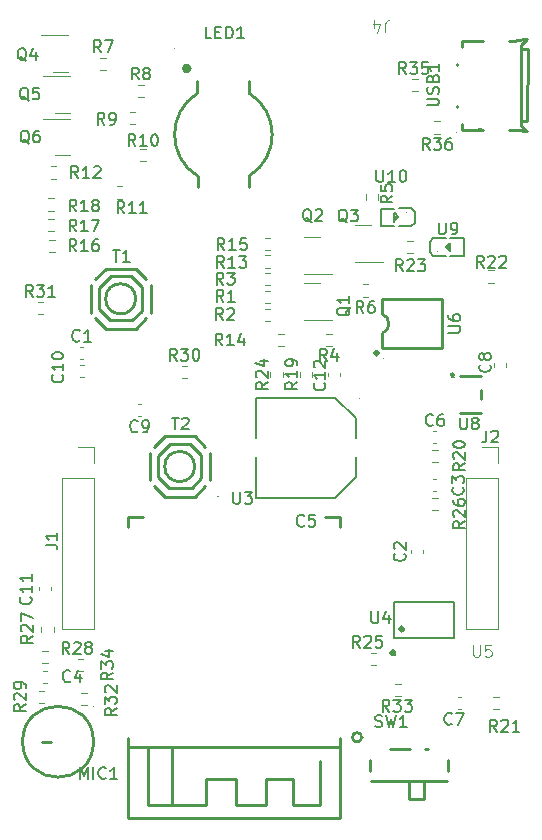
<source format=gbr>
%TF.GenerationSoftware,KiCad,Pcbnew,8.0.0*%
%TF.CreationDate,2024-03-03T22:06:13+01:00*%
%TF.ProjectId,Blinky,426c696e-6b79-42e6-9b69-6361645f7063,rev?*%
%TF.SameCoordinates,Original*%
%TF.FileFunction,Legend,Top*%
%TF.FilePolarity,Positive*%
%FSLAX46Y46*%
G04 Gerber Fmt 4.6, Leading zero omitted, Abs format (unit mm)*
G04 Created by KiCad (PCBNEW 8.0.0) date 2024-03-03 22:06:13*
%MOMM*%
%LPD*%
G01*
G04 APERTURE LIST*
%ADD10C,0.150000*%
%ADD11C,0.100000*%
%ADD12C,0.120000*%
%ADD13C,0.254000*%
%ADD14C,0.059995*%
%ADD15C,0.150013*%
%ADD16C,0.400000*%
%ADD17C,0.152400*%
%ADD18C,0.300000*%
G04 APERTURE END LIST*
D10*
X163454819Y-81842857D02*
X162978628Y-82176190D01*
X163454819Y-82414285D02*
X162454819Y-82414285D01*
X162454819Y-82414285D02*
X162454819Y-82033333D01*
X162454819Y-82033333D02*
X162502438Y-81938095D01*
X162502438Y-81938095D02*
X162550057Y-81890476D01*
X162550057Y-81890476D02*
X162645295Y-81842857D01*
X162645295Y-81842857D02*
X162788152Y-81842857D01*
X162788152Y-81842857D02*
X162883390Y-81890476D01*
X162883390Y-81890476D02*
X162931009Y-81938095D01*
X162931009Y-81938095D02*
X162978628Y-82033333D01*
X162978628Y-82033333D02*
X162978628Y-82414285D01*
X162550057Y-81461904D02*
X162502438Y-81414285D01*
X162502438Y-81414285D02*
X162454819Y-81319047D01*
X162454819Y-81319047D02*
X162454819Y-81080952D01*
X162454819Y-81080952D02*
X162502438Y-80985714D01*
X162502438Y-80985714D02*
X162550057Y-80938095D01*
X162550057Y-80938095D02*
X162645295Y-80890476D01*
X162645295Y-80890476D02*
X162740533Y-80890476D01*
X162740533Y-80890476D02*
X162883390Y-80938095D01*
X162883390Y-80938095D02*
X163454819Y-81509523D01*
X163454819Y-81509523D02*
X163454819Y-80890476D01*
X162454819Y-80271428D02*
X162454819Y-80176190D01*
X162454819Y-80176190D02*
X162502438Y-80080952D01*
X162502438Y-80080952D02*
X162550057Y-80033333D01*
X162550057Y-80033333D02*
X162645295Y-79985714D01*
X162645295Y-79985714D02*
X162835771Y-79938095D01*
X162835771Y-79938095D02*
X163073866Y-79938095D01*
X163073866Y-79938095D02*
X163264342Y-79985714D01*
X163264342Y-79985714D02*
X163359580Y-80033333D01*
X163359580Y-80033333D02*
X163407200Y-80080952D01*
X163407200Y-80080952D02*
X163454819Y-80176190D01*
X163454819Y-80176190D02*
X163454819Y-80271428D01*
X163454819Y-80271428D02*
X163407200Y-80366666D01*
X163407200Y-80366666D02*
X163359580Y-80414285D01*
X163359580Y-80414285D02*
X163264342Y-80461904D01*
X163264342Y-80461904D02*
X163073866Y-80509523D01*
X163073866Y-80509523D02*
X162835771Y-80509523D01*
X162835771Y-80509523D02*
X162645295Y-80461904D01*
X162645295Y-80461904D02*
X162550057Y-80414285D01*
X162550057Y-80414285D02*
X162502438Y-80366666D01*
X162502438Y-80366666D02*
X162454819Y-80271428D01*
X153481546Y-61436838D02*
X153386308Y-61389219D01*
X153386308Y-61389219D02*
X153291070Y-61293981D01*
X153291070Y-61293981D02*
X153148213Y-61151123D01*
X153148213Y-61151123D02*
X153052975Y-61103504D01*
X153052975Y-61103504D02*
X152957737Y-61103504D01*
X153005356Y-61341600D02*
X152910118Y-61293981D01*
X152910118Y-61293981D02*
X152814880Y-61198742D01*
X152814880Y-61198742D02*
X152767261Y-61008266D01*
X152767261Y-61008266D02*
X152767261Y-60674933D01*
X152767261Y-60674933D02*
X152814880Y-60484457D01*
X152814880Y-60484457D02*
X152910118Y-60389219D01*
X152910118Y-60389219D02*
X153005356Y-60341600D01*
X153005356Y-60341600D02*
X153195832Y-60341600D01*
X153195832Y-60341600D02*
X153291070Y-60389219D01*
X153291070Y-60389219D02*
X153386308Y-60484457D01*
X153386308Y-60484457D02*
X153433927Y-60674933D01*
X153433927Y-60674933D02*
X153433927Y-61008266D01*
X153433927Y-61008266D02*
X153386308Y-61198742D01*
X153386308Y-61198742D02*
X153291070Y-61293981D01*
X153291070Y-61293981D02*
X153195832Y-61341600D01*
X153195832Y-61341600D02*
X153005356Y-61341600D01*
X153767261Y-60341600D02*
X154386308Y-60341600D01*
X154386308Y-60341600D02*
X154052975Y-60722552D01*
X154052975Y-60722552D02*
X154195832Y-60722552D01*
X154195832Y-60722552D02*
X154291070Y-60770171D01*
X154291070Y-60770171D02*
X154338689Y-60817790D01*
X154338689Y-60817790D02*
X154386308Y-60913028D01*
X154386308Y-60913028D02*
X154386308Y-61151123D01*
X154386308Y-61151123D02*
X154338689Y-61246361D01*
X154338689Y-61246361D02*
X154291070Y-61293981D01*
X154291070Y-61293981D02*
X154195832Y-61341600D01*
X154195832Y-61341600D02*
X153910118Y-61341600D01*
X153910118Y-61341600D02*
X153814880Y-61293981D01*
X153814880Y-61293981D02*
X153767261Y-61246361D01*
X155866667Y-104107200D02*
X156009524Y-104154819D01*
X156009524Y-104154819D02*
X156247619Y-104154819D01*
X156247619Y-104154819D02*
X156342857Y-104107200D01*
X156342857Y-104107200D02*
X156390476Y-104059580D01*
X156390476Y-104059580D02*
X156438095Y-103964342D01*
X156438095Y-103964342D02*
X156438095Y-103869104D01*
X156438095Y-103869104D02*
X156390476Y-103773866D01*
X156390476Y-103773866D02*
X156342857Y-103726247D01*
X156342857Y-103726247D02*
X156247619Y-103678628D01*
X156247619Y-103678628D02*
X156057143Y-103631009D01*
X156057143Y-103631009D02*
X155961905Y-103583390D01*
X155961905Y-103583390D02*
X155914286Y-103535771D01*
X155914286Y-103535771D02*
X155866667Y-103440533D01*
X155866667Y-103440533D02*
X155866667Y-103345295D01*
X155866667Y-103345295D02*
X155914286Y-103250057D01*
X155914286Y-103250057D02*
X155961905Y-103202438D01*
X155961905Y-103202438D02*
X156057143Y-103154819D01*
X156057143Y-103154819D02*
X156295238Y-103154819D01*
X156295238Y-103154819D02*
X156438095Y-103202438D01*
X156771429Y-103154819D02*
X157009524Y-104154819D01*
X157009524Y-104154819D02*
X157200000Y-103440533D01*
X157200000Y-103440533D02*
X157390476Y-104154819D01*
X157390476Y-104154819D02*
X157628572Y-103154819D01*
X158533333Y-104154819D02*
X157961905Y-104154819D01*
X158247619Y-104154819D02*
X158247619Y-103154819D01*
X158247619Y-103154819D02*
X158152381Y-103297676D01*
X158152381Y-103297676D02*
X158057143Y-103392914D01*
X158057143Y-103392914D02*
X157961905Y-103440533D01*
X151758333Y-73154819D02*
X151425000Y-72678628D01*
X151186905Y-73154819D02*
X151186905Y-72154819D01*
X151186905Y-72154819D02*
X151567857Y-72154819D01*
X151567857Y-72154819D02*
X151663095Y-72202438D01*
X151663095Y-72202438D02*
X151710714Y-72250057D01*
X151710714Y-72250057D02*
X151758333Y-72345295D01*
X151758333Y-72345295D02*
X151758333Y-72488152D01*
X151758333Y-72488152D02*
X151710714Y-72583390D01*
X151710714Y-72583390D02*
X151663095Y-72631009D01*
X151663095Y-72631009D02*
X151567857Y-72678628D01*
X151567857Y-72678628D02*
X151186905Y-72678628D01*
X152615476Y-72488152D02*
X152615476Y-73154819D01*
X152377381Y-72107200D02*
X152139286Y-72821485D01*
X152139286Y-72821485D02*
X152758333Y-72821485D01*
X142964564Y-69696495D02*
X142631231Y-69220304D01*
X142393136Y-69696495D02*
X142393136Y-68696495D01*
X142393136Y-68696495D02*
X142774088Y-68696495D01*
X142774088Y-68696495D02*
X142869326Y-68744114D01*
X142869326Y-68744114D02*
X142916945Y-68791733D01*
X142916945Y-68791733D02*
X142964564Y-68886971D01*
X142964564Y-68886971D02*
X142964564Y-69029828D01*
X142964564Y-69029828D02*
X142916945Y-69125066D01*
X142916945Y-69125066D02*
X142869326Y-69172685D01*
X142869326Y-69172685D02*
X142774088Y-69220304D01*
X142774088Y-69220304D02*
X142393136Y-69220304D01*
X143345517Y-68791733D02*
X143393136Y-68744114D01*
X143393136Y-68744114D02*
X143488374Y-68696495D01*
X143488374Y-68696495D02*
X143726469Y-68696495D01*
X143726469Y-68696495D02*
X143821707Y-68744114D01*
X143821707Y-68744114D02*
X143869326Y-68791733D01*
X143869326Y-68791733D02*
X143916945Y-68886971D01*
X143916945Y-68886971D02*
X143916945Y-68982209D01*
X143916945Y-68982209D02*
X143869326Y-69125066D01*
X143869326Y-69125066D02*
X143297898Y-69696495D01*
X143297898Y-69696495D02*
X143916945Y-69696495D01*
X143073856Y-63757806D02*
X142740523Y-63281615D01*
X142502428Y-63757806D02*
X142502428Y-62757806D01*
X142502428Y-62757806D02*
X142883380Y-62757806D01*
X142883380Y-62757806D02*
X142978618Y-62805425D01*
X142978618Y-62805425D02*
X143026237Y-62853044D01*
X143026237Y-62853044D02*
X143073856Y-62948282D01*
X143073856Y-62948282D02*
X143073856Y-63091139D01*
X143073856Y-63091139D02*
X143026237Y-63186377D01*
X143026237Y-63186377D02*
X142978618Y-63233996D01*
X142978618Y-63233996D02*
X142883380Y-63281615D01*
X142883380Y-63281615D02*
X142502428Y-63281615D01*
X144026237Y-63757806D02*
X143454809Y-63757806D01*
X143740523Y-63757806D02*
X143740523Y-62757806D01*
X143740523Y-62757806D02*
X143645285Y-62900663D01*
X143645285Y-62900663D02*
X143550047Y-62995901D01*
X143550047Y-62995901D02*
X143454809Y-63043520D01*
X144930999Y-62757806D02*
X144454809Y-62757806D01*
X144454809Y-62757806D02*
X144407190Y-63233996D01*
X144407190Y-63233996D02*
X144454809Y-63186377D01*
X144454809Y-63186377D02*
X144550047Y-63138758D01*
X144550047Y-63138758D02*
X144788142Y-63138758D01*
X144788142Y-63138758D02*
X144883380Y-63186377D01*
X144883380Y-63186377D02*
X144930999Y-63233996D01*
X144930999Y-63233996D02*
X144978618Y-63329234D01*
X144978618Y-63329234D02*
X144978618Y-63567329D01*
X144978618Y-63567329D02*
X144930999Y-63662567D01*
X144930999Y-63662567D02*
X144883380Y-63710187D01*
X144883380Y-63710187D02*
X144788142Y-63757806D01*
X144788142Y-63757806D02*
X144550047Y-63757806D01*
X144550047Y-63757806D02*
X144454809Y-63710187D01*
X144454809Y-63710187D02*
X144407190Y-63662567D01*
X161238095Y-61454819D02*
X161238095Y-62264342D01*
X161238095Y-62264342D02*
X161285714Y-62359580D01*
X161285714Y-62359580D02*
X161333333Y-62407200D01*
X161333333Y-62407200D02*
X161428571Y-62454819D01*
X161428571Y-62454819D02*
X161619047Y-62454819D01*
X161619047Y-62454819D02*
X161714285Y-62407200D01*
X161714285Y-62407200D02*
X161761904Y-62359580D01*
X161761904Y-62359580D02*
X161809523Y-62264342D01*
X161809523Y-62264342D02*
X161809523Y-61454819D01*
X162333333Y-62454819D02*
X162523809Y-62454819D01*
X162523809Y-62454819D02*
X162619047Y-62407200D01*
X162619047Y-62407200D02*
X162666666Y-62359580D01*
X162666666Y-62359580D02*
X162761904Y-62216723D01*
X162761904Y-62216723D02*
X162809523Y-62026247D01*
X162809523Y-62026247D02*
X162809523Y-61645295D01*
X162809523Y-61645295D02*
X162761904Y-61550057D01*
X162761904Y-61550057D02*
X162714285Y-61502438D01*
X162714285Y-61502438D02*
X162619047Y-61454819D01*
X162619047Y-61454819D02*
X162428571Y-61454819D01*
X162428571Y-61454819D02*
X162333333Y-61502438D01*
X162333333Y-61502438D02*
X162285714Y-61550057D01*
X162285714Y-61550057D02*
X162238095Y-61645295D01*
X162238095Y-61645295D02*
X162238095Y-61883390D01*
X162238095Y-61883390D02*
X162285714Y-61978628D01*
X162285714Y-61978628D02*
X162333333Y-62026247D01*
X162333333Y-62026247D02*
X162428571Y-62073866D01*
X162428571Y-62073866D02*
X162619047Y-62073866D01*
X162619047Y-62073866D02*
X162714285Y-62026247D01*
X162714285Y-62026247D02*
X162761904Y-61978628D01*
X162761904Y-61978628D02*
X162809523Y-61883390D01*
D11*
X164138095Y-97202419D02*
X164138095Y-98011942D01*
X164138095Y-98011942D02*
X164185714Y-98107180D01*
X164185714Y-98107180D02*
X164233333Y-98154800D01*
X164233333Y-98154800D02*
X164328571Y-98202419D01*
X164328571Y-98202419D02*
X164519047Y-98202419D01*
X164519047Y-98202419D02*
X164614285Y-98154800D01*
X164614285Y-98154800D02*
X164661904Y-98107180D01*
X164661904Y-98107180D02*
X164709523Y-98011942D01*
X164709523Y-98011942D02*
X164709523Y-97202419D01*
X165661904Y-97202419D02*
X165185714Y-97202419D01*
X165185714Y-97202419D02*
X165138095Y-97678609D01*
X165138095Y-97678609D02*
X165185714Y-97630990D01*
X165185714Y-97630990D02*
X165280952Y-97583371D01*
X165280952Y-97583371D02*
X165519047Y-97583371D01*
X165519047Y-97583371D02*
X165614285Y-97630990D01*
X165614285Y-97630990D02*
X165661904Y-97678609D01*
X165661904Y-97678609D02*
X165709523Y-97773847D01*
X165709523Y-97773847D02*
X165709523Y-98011942D01*
X165709523Y-98011942D02*
X165661904Y-98107180D01*
X165661904Y-98107180D02*
X165614285Y-98154800D01*
X165614285Y-98154800D02*
X165519047Y-98202419D01*
X165519047Y-98202419D02*
X165280952Y-98202419D01*
X165280952Y-98202419D02*
X165185714Y-98154800D01*
X165185714Y-98154800D02*
X165138095Y-98107180D01*
D10*
X158329580Y-89466666D02*
X158377200Y-89514285D01*
X158377200Y-89514285D02*
X158424819Y-89657142D01*
X158424819Y-89657142D02*
X158424819Y-89752380D01*
X158424819Y-89752380D02*
X158377200Y-89895237D01*
X158377200Y-89895237D02*
X158281961Y-89990475D01*
X158281961Y-89990475D02*
X158186723Y-90038094D01*
X158186723Y-90038094D02*
X157996247Y-90085713D01*
X157996247Y-90085713D02*
X157853390Y-90085713D01*
X157853390Y-90085713D02*
X157662914Y-90038094D01*
X157662914Y-90038094D02*
X157567676Y-89990475D01*
X157567676Y-89990475D02*
X157472438Y-89895237D01*
X157472438Y-89895237D02*
X157424819Y-89752380D01*
X157424819Y-89752380D02*
X157424819Y-89657142D01*
X157424819Y-89657142D02*
X157472438Y-89514285D01*
X157472438Y-89514285D02*
X157520057Y-89466666D01*
X157520057Y-89085713D02*
X157472438Y-89038094D01*
X157472438Y-89038094D02*
X157424819Y-88942856D01*
X157424819Y-88942856D02*
X157424819Y-88704761D01*
X157424819Y-88704761D02*
X157472438Y-88609523D01*
X157472438Y-88609523D02*
X157520057Y-88561904D01*
X157520057Y-88561904D02*
X157615295Y-88514285D01*
X157615295Y-88514285D02*
X157710533Y-88514285D01*
X157710533Y-88514285D02*
X157853390Y-88561904D01*
X157853390Y-88561904D02*
X158424819Y-89133332D01*
X158424819Y-89133332D02*
X158424819Y-88514285D01*
X133654819Y-99542857D02*
X133178628Y-99876190D01*
X133654819Y-100114285D02*
X132654819Y-100114285D01*
X132654819Y-100114285D02*
X132654819Y-99733333D01*
X132654819Y-99733333D02*
X132702438Y-99638095D01*
X132702438Y-99638095D02*
X132750057Y-99590476D01*
X132750057Y-99590476D02*
X132845295Y-99542857D01*
X132845295Y-99542857D02*
X132988152Y-99542857D01*
X132988152Y-99542857D02*
X133083390Y-99590476D01*
X133083390Y-99590476D02*
X133131009Y-99638095D01*
X133131009Y-99638095D02*
X133178628Y-99733333D01*
X133178628Y-99733333D02*
X133178628Y-100114285D01*
X132654819Y-99209523D02*
X132654819Y-98590476D01*
X132654819Y-98590476D02*
X133035771Y-98923809D01*
X133035771Y-98923809D02*
X133035771Y-98780952D01*
X133035771Y-98780952D02*
X133083390Y-98685714D01*
X133083390Y-98685714D02*
X133131009Y-98638095D01*
X133131009Y-98638095D02*
X133226247Y-98590476D01*
X133226247Y-98590476D02*
X133464342Y-98590476D01*
X133464342Y-98590476D02*
X133559580Y-98638095D01*
X133559580Y-98638095D02*
X133607200Y-98685714D01*
X133607200Y-98685714D02*
X133654819Y-98780952D01*
X133654819Y-98780952D02*
X133654819Y-99066666D01*
X133654819Y-99066666D02*
X133607200Y-99161904D01*
X133607200Y-99161904D02*
X133559580Y-99209523D01*
X132988152Y-97733333D02*
X133654819Y-97733333D01*
X132607200Y-97971428D02*
X133321485Y-98209523D01*
X133321485Y-98209523D02*
X133321485Y-97590476D01*
X132933333Y-53154819D02*
X132600000Y-52678628D01*
X132361905Y-53154819D02*
X132361905Y-52154819D01*
X132361905Y-52154819D02*
X132742857Y-52154819D01*
X132742857Y-52154819D02*
X132838095Y-52202438D01*
X132838095Y-52202438D02*
X132885714Y-52250057D01*
X132885714Y-52250057D02*
X132933333Y-52345295D01*
X132933333Y-52345295D02*
X132933333Y-52488152D01*
X132933333Y-52488152D02*
X132885714Y-52583390D01*
X132885714Y-52583390D02*
X132838095Y-52631009D01*
X132838095Y-52631009D02*
X132742857Y-52678628D01*
X132742857Y-52678628D02*
X132361905Y-52678628D01*
X133409524Y-53154819D02*
X133600000Y-53154819D01*
X133600000Y-53154819D02*
X133695238Y-53107200D01*
X133695238Y-53107200D02*
X133742857Y-53059580D01*
X133742857Y-53059580D02*
X133838095Y-52916723D01*
X133838095Y-52916723D02*
X133885714Y-52726247D01*
X133885714Y-52726247D02*
X133885714Y-52345295D01*
X133885714Y-52345295D02*
X133838095Y-52250057D01*
X133838095Y-52250057D02*
X133790476Y-52202438D01*
X133790476Y-52202438D02*
X133695238Y-52154819D01*
X133695238Y-52154819D02*
X133504762Y-52154819D01*
X133504762Y-52154819D02*
X133409524Y-52202438D01*
X133409524Y-52202438D02*
X133361905Y-52250057D01*
X133361905Y-52250057D02*
X133314286Y-52345295D01*
X133314286Y-52345295D02*
X133314286Y-52583390D01*
X133314286Y-52583390D02*
X133361905Y-52678628D01*
X133361905Y-52678628D02*
X133409524Y-52726247D01*
X133409524Y-52726247D02*
X133504762Y-52773866D01*
X133504762Y-52773866D02*
X133695238Y-52773866D01*
X133695238Y-52773866D02*
X133790476Y-52726247D01*
X133790476Y-52726247D02*
X133838095Y-52678628D01*
X133838095Y-52678628D02*
X133885714Y-52583390D01*
X141980952Y-45854819D02*
X141504762Y-45854819D01*
X141504762Y-45854819D02*
X141504762Y-44854819D01*
X142314286Y-45331009D02*
X142647619Y-45331009D01*
X142790476Y-45854819D02*
X142314286Y-45854819D01*
X142314286Y-45854819D02*
X142314286Y-44854819D01*
X142314286Y-44854819D02*
X142790476Y-44854819D01*
X143219048Y-45854819D02*
X143219048Y-44854819D01*
X143219048Y-44854819D02*
X143457143Y-44854819D01*
X143457143Y-44854819D02*
X143600000Y-44902438D01*
X143600000Y-44902438D02*
X143695238Y-44997676D01*
X143695238Y-44997676D02*
X143742857Y-45092914D01*
X143742857Y-45092914D02*
X143790476Y-45283390D01*
X143790476Y-45283390D02*
X143790476Y-45426247D01*
X143790476Y-45426247D02*
X143742857Y-45616723D01*
X143742857Y-45616723D02*
X143695238Y-45711961D01*
X143695238Y-45711961D02*
X143600000Y-45807200D01*
X143600000Y-45807200D02*
X143457143Y-45854819D01*
X143457143Y-45854819D02*
X143219048Y-45854819D01*
X144742857Y-45854819D02*
X144171429Y-45854819D01*
X144457143Y-45854819D02*
X144457143Y-44854819D01*
X144457143Y-44854819D02*
X144361905Y-44997676D01*
X144361905Y-44997676D02*
X144266667Y-45092914D01*
X144266667Y-45092914D02*
X144171429Y-45140533D01*
X165032142Y-65254819D02*
X164698809Y-64778628D01*
X164460714Y-65254819D02*
X164460714Y-64254819D01*
X164460714Y-64254819D02*
X164841666Y-64254819D01*
X164841666Y-64254819D02*
X164936904Y-64302438D01*
X164936904Y-64302438D02*
X164984523Y-64350057D01*
X164984523Y-64350057D02*
X165032142Y-64445295D01*
X165032142Y-64445295D02*
X165032142Y-64588152D01*
X165032142Y-64588152D02*
X164984523Y-64683390D01*
X164984523Y-64683390D02*
X164936904Y-64731009D01*
X164936904Y-64731009D02*
X164841666Y-64778628D01*
X164841666Y-64778628D02*
X164460714Y-64778628D01*
X165413095Y-64350057D02*
X165460714Y-64302438D01*
X165460714Y-64302438D02*
X165555952Y-64254819D01*
X165555952Y-64254819D02*
X165794047Y-64254819D01*
X165794047Y-64254819D02*
X165889285Y-64302438D01*
X165889285Y-64302438D02*
X165936904Y-64350057D01*
X165936904Y-64350057D02*
X165984523Y-64445295D01*
X165984523Y-64445295D02*
X165984523Y-64540533D01*
X165984523Y-64540533D02*
X165936904Y-64683390D01*
X165936904Y-64683390D02*
X165365476Y-65254819D01*
X165365476Y-65254819D02*
X165984523Y-65254819D01*
X166365476Y-64350057D02*
X166413095Y-64302438D01*
X166413095Y-64302438D02*
X166508333Y-64254819D01*
X166508333Y-64254819D02*
X166746428Y-64254819D01*
X166746428Y-64254819D02*
X166841666Y-64302438D01*
X166841666Y-64302438D02*
X166889285Y-64350057D01*
X166889285Y-64350057D02*
X166936904Y-64445295D01*
X166936904Y-64445295D02*
X166936904Y-64540533D01*
X166936904Y-64540533D02*
X166889285Y-64683390D01*
X166889285Y-64683390D02*
X166317857Y-65254819D01*
X166317857Y-65254819D02*
X166936904Y-65254819D01*
X133638095Y-63754819D02*
X134209523Y-63754819D01*
X133923809Y-64754819D02*
X133923809Y-63754819D01*
X135066666Y-64754819D02*
X134495238Y-64754819D01*
X134780952Y-64754819D02*
X134780952Y-63754819D01*
X134780952Y-63754819D02*
X134685714Y-63897676D01*
X134685714Y-63897676D02*
X134590476Y-63992914D01*
X134590476Y-63992914D02*
X134495238Y-64040533D01*
X126857142Y-67724819D02*
X126523809Y-67248628D01*
X126285714Y-67724819D02*
X126285714Y-66724819D01*
X126285714Y-66724819D02*
X126666666Y-66724819D01*
X126666666Y-66724819D02*
X126761904Y-66772438D01*
X126761904Y-66772438D02*
X126809523Y-66820057D01*
X126809523Y-66820057D02*
X126857142Y-66915295D01*
X126857142Y-66915295D02*
X126857142Y-67058152D01*
X126857142Y-67058152D02*
X126809523Y-67153390D01*
X126809523Y-67153390D02*
X126761904Y-67201009D01*
X126761904Y-67201009D02*
X126666666Y-67248628D01*
X126666666Y-67248628D02*
X126285714Y-67248628D01*
X127190476Y-66724819D02*
X127809523Y-66724819D01*
X127809523Y-66724819D02*
X127476190Y-67105771D01*
X127476190Y-67105771D02*
X127619047Y-67105771D01*
X127619047Y-67105771D02*
X127714285Y-67153390D01*
X127714285Y-67153390D02*
X127761904Y-67201009D01*
X127761904Y-67201009D02*
X127809523Y-67296247D01*
X127809523Y-67296247D02*
X127809523Y-67534342D01*
X127809523Y-67534342D02*
X127761904Y-67629580D01*
X127761904Y-67629580D02*
X127714285Y-67677200D01*
X127714285Y-67677200D02*
X127619047Y-67724819D01*
X127619047Y-67724819D02*
X127333333Y-67724819D01*
X127333333Y-67724819D02*
X127238095Y-67677200D01*
X127238095Y-67677200D02*
X127190476Y-67629580D01*
X128761904Y-67724819D02*
X128190476Y-67724819D01*
X128476190Y-67724819D02*
X128476190Y-66724819D01*
X128476190Y-66724819D02*
X128380952Y-66867676D01*
X128380952Y-66867676D02*
X128285714Y-66962914D01*
X128285714Y-66962914D02*
X128190476Y-67010533D01*
X149833333Y-87085818D02*
X149785714Y-87133438D01*
X149785714Y-87133438D02*
X149642857Y-87181057D01*
X149642857Y-87181057D02*
X149547619Y-87181057D01*
X149547619Y-87181057D02*
X149404762Y-87133438D01*
X149404762Y-87133438D02*
X149309524Y-87038199D01*
X149309524Y-87038199D02*
X149261905Y-86942961D01*
X149261905Y-86942961D02*
X149214286Y-86752485D01*
X149214286Y-86752485D02*
X149214286Y-86609628D01*
X149214286Y-86609628D02*
X149261905Y-86419152D01*
X149261905Y-86419152D02*
X149309524Y-86323914D01*
X149309524Y-86323914D02*
X149404762Y-86228676D01*
X149404762Y-86228676D02*
X149547619Y-86181057D01*
X149547619Y-86181057D02*
X149642857Y-86181057D01*
X149642857Y-86181057D02*
X149785714Y-86228676D01*
X149785714Y-86228676D02*
X149833333Y-86276295D01*
X150738095Y-86181057D02*
X150261905Y-86181057D01*
X150261905Y-86181057D02*
X150214286Y-86657247D01*
X150214286Y-86657247D02*
X150261905Y-86609628D01*
X150261905Y-86609628D02*
X150357143Y-86562009D01*
X150357143Y-86562009D02*
X150595238Y-86562009D01*
X150595238Y-86562009D02*
X150690476Y-86609628D01*
X150690476Y-86609628D02*
X150738095Y-86657247D01*
X150738095Y-86657247D02*
X150785714Y-86752485D01*
X150785714Y-86752485D02*
X150785714Y-86990580D01*
X150785714Y-86990580D02*
X150738095Y-87085818D01*
X150738095Y-87085818D02*
X150690476Y-87133438D01*
X150690476Y-87133438D02*
X150595238Y-87181057D01*
X150595238Y-87181057D02*
X150357143Y-87181057D01*
X150357143Y-87181057D02*
X150261905Y-87133438D01*
X150261905Y-87133438D02*
X150214286Y-87085818D01*
X163259580Y-83866666D02*
X163307200Y-83914285D01*
X163307200Y-83914285D02*
X163354819Y-84057142D01*
X163354819Y-84057142D02*
X163354819Y-84152380D01*
X163354819Y-84152380D02*
X163307200Y-84295237D01*
X163307200Y-84295237D02*
X163211961Y-84390475D01*
X163211961Y-84390475D02*
X163116723Y-84438094D01*
X163116723Y-84438094D02*
X162926247Y-84485713D01*
X162926247Y-84485713D02*
X162783390Y-84485713D01*
X162783390Y-84485713D02*
X162592914Y-84438094D01*
X162592914Y-84438094D02*
X162497676Y-84390475D01*
X162497676Y-84390475D02*
X162402438Y-84295237D01*
X162402438Y-84295237D02*
X162354819Y-84152380D01*
X162354819Y-84152380D02*
X162354819Y-84057142D01*
X162354819Y-84057142D02*
X162402438Y-83914285D01*
X162402438Y-83914285D02*
X162450057Y-83866666D01*
X162354819Y-83533332D02*
X162354819Y-82914285D01*
X162354819Y-82914285D02*
X162735771Y-83247618D01*
X162735771Y-83247618D02*
X162735771Y-83104761D01*
X162735771Y-83104761D02*
X162783390Y-83009523D01*
X162783390Y-83009523D02*
X162831009Y-82961904D01*
X162831009Y-82961904D02*
X162926247Y-82914285D01*
X162926247Y-82914285D02*
X163164342Y-82914285D01*
X163164342Y-82914285D02*
X163259580Y-82961904D01*
X163259580Y-82961904D02*
X163307200Y-83009523D01*
X163307200Y-83009523D02*
X163354819Y-83104761D01*
X163354819Y-83104761D02*
X163354819Y-83390475D01*
X163354819Y-83390475D02*
X163307200Y-83485713D01*
X163307200Y-83485713D02*
X163259580Y-83533332D01*
X142918600Y-71851421D02*
X142585267Y-71375230D01*
X142347172Y-71851421D02*
X142347172Y-70851421D01*
X142347172Y-70851421D02*
X142728124Y-70851421D01*
X142728124Y-70851421D02*
X142823362Y-70899040D01*
X142823362Y-70899040D02*
X142870981Y-70946659D01*
X142870981Y-70946659D02*
X142918600Y-71041897D01*
X142918600Y-71041897D02*
X142918600Y-71184754D01*
X142918600Y-71184754D02*
X142870981Y-71279992D01*
X142870981Y-71279992D02*
X142823362Y-71327611D01*
X142823362Y-71327611D02*
X142728124Y-71375230D01*
X142728124Y-71375230D02*
X142347172Y-71375230D01*
X143870981Y-71851421D02*
X143299553Y-71851421D01*
X143585267Y-71851421D02*
X143585267Y-70851421D01*
X143585267Y-70851421D02*
X143490029Y-70994278D01*
X143490029Y-70994278D02*
X143394791Y-71089516D01*
X143394791Y-71089516D02*
X143299553Y-71137135D01*
X144728124Y-71184754D02*
X144728124Y-71851421D01*
X144490029Y-70803802D02*
X144251934Y-71518087D01*
X144251934Y-71518087D02*
X144870981Y-71518087D01*
X165266666Y-79054819D02*
X165266666Y-79769104D01*
X165266666Y-79769104D02*
X165219047Y-79911961D01*
X165219047Y-79911961D02*
X165123809Y-80007200D01*
X165123809Y-80007200D02*
X164980952Y-80054819D01*
X164980952Y-80054819D02*
X164885714Y-80054819D01*
X165695238Y-79150057D02*
X165742857Y-79102438D01*
X165742857Y-79102438D02*
X165838095Y-79054819D01*
X165838095Y-79054819D02*
X166076190Y-79054819D01*
X166076190Y-79054819D02*
X166171428Y-79102438D01*
X166171428Y-79102438D02*
X166219047Y-79150057D01*
X166219047Y-79150057D02*
X166266666Y-79245295D01*
X166266666Y-79245295D02*
X166266666Y-79340533D01*
X166266666Y-79340533D02*
X166219047Y-79483390D01*
X166219047Y-79483390D02*
X165647619Y-80054819D01*
X165647619Y-80054819D02*
X166266666Y-80054819D01*
X126315557Y-47769025D02*
X126220319Y-47721406D01*
X126220319Y-47721406D02*
X126125081Y-47626168D01*
X126125081Y-47626168D02*
X125982224Y-47483310D01*
X125982224Y-47483310D02*
X125886986Y-47435691D01*
X125886986Y-47435691D02*
X125791748Y-47435691D01*
X125839367Y-47673787D02*
X125744129Y-47626168D01*
X125744129Y-47626168D02*
X125648891Y-47530929D01*
X125648891Y-47530929D02*
X125601272Y-47340453D01*
X125601272Y-47340453D02*
X125601272Y-47007120D01*
X125601272Y-47007120D02*
X125648891Y-46816644D01*
X125648891Y-46816644D02*
X125744129Y-46721406D01*
X125744129Y-46721406D02*
X125839367Y-46673787D01*
X125839367Y-46673787D02*
X126029843Y-46673787D01*
X126029843Y-46673787D02*
X126125081Y-46721406D01*
X126125081Y-46721406D02*
X126220319Y-46816644D01*
X126220319Y-46816644D02*
X126267938Y-47007120D01*
X126267938Y-47007120D02*
X126267938Y-47340453D01*
X126267938Y-47340453D02*
X126220319Y-47530929D01*
X126220319Y-47530929D02*
X126125081Y-47626168D01*
X126125081Y-47626168D02*
X126029843Y-47673787D01*
X126029843Y-47673787D02*
X125839367Y-47673787D01*
X127125081Y-47007120D02*
X127125081Y-47673787D01*
X126886986Y-46626168D02*
X126648891Y-47340453D01*
X126648891Y-47340453D02*
X127267938Y-47340453D01*
X149254819Y-74942857D02*
X148778628Y-75276190D01*
X149254819Y-75514285D02*
X148254819Y-75514285D01*
X148254819Y-75514285D02*
X148254819Y-75133333D01*
X148254819Y-75133333D02*
X148302438Y-75038095D01*
X148302438Y-75038095D02*
X148350057Y-74990476D01*
X148350057Y-74990476D02*
X148445295Y-74942857D01*
X148445295Y-74942857D02*
X148588152Y-74942857D01*
X148588152Y-74942857D02*
X148683390Y-74990476D01*
X148683390Y-74990476D02*
X148731009Y-75038095D01*
X148731009Y-75038095D02*
X148778628Y-75133333D01*
X148778628Y-75133333D02*
X148778628Y-75514285D01*
X149254819Y-73990476D02*
X149254819Y-74561904D01*
X149254819Y-74276190D02*
X148254819Y-74276190D01*
X148254819Y-74276190D02*
X148397676Y-74371428D01*
X148397676Y-74371428D02*
X148492914Y-74466666D01*
X148492914Y-74466666D02*
X148540533Y-74561904D01*
X149254819Y-73514285D02*
X149254819Y-73323809D01*
X149254819Y-73323809D02*
X149207200Y-73228571D01*
X149207200Y-73228571D02*
X149159580Y-73180952D01*
X149159580Y-73180952D02*
X149016723Y-73085714D01*
X149016723Y-73085714D02*
X148826247Y-73038095D01*
X148826247Y-73038095D02*
X148445295Y-73038095D01*
X148445295Y-73038095D02*
X148350057Y-73085714D01*
X148350057Y-73085714D02*
X148302438Y-73133333D01*
X148302438Y-73133333D02*
X148254819Y-73228571D01*
X148254819Y-73228571D02*
X148254819Y-73419047D01*
X148254819Y-73419047D02*
X148302438Y-73514285D01*
X148302438Y-73514285D02*
X148350057Y-73561904D01*
X148350057Y-73561904D02*
X148445295Y-73609523D01*
X148445295Y-73609523D02*
X148683390Y-73609523D01*
X148683390Y-73609523D02*
X148778628Y-73561904D01*
X148778628Y-73561904D02*
X148826247Y-73514285D01*
X148826247Y-73514285D02*
X148873866Y-73419047D01*
X148873866Y-73419047D02*
X148873866Y-73228571D01*
X148873866Y-73228571D02*
X148826247Y-73133333D01*
X148826247Y-73133333D02*
X148778628Y-73085714D01*
X148778628Y-73085714D02*
X148683390Y-73038095D01*
X154858333Y-69084819D02*
X154525000Y-68608628D01*
X154286905Y-69084819D02*
X154286905Y-68084819D01*
X154286905Y-68084819D02*
X154667857Y-68084819D01*
X154667857Y-68084819D02*
X154763095Y-68132438D01*
X154763095Y-68132438D02*
X154810714Y-68180057D01*
X154810714Y-68180057D02*
X154858333Y-68275295D01*
X154858333Y-68275295D02*
X154858333Y-68418152D01*
X154858333Y-68418152D02*
X154810714Y-68513390D01*
X154810714Y-68513390D02*
X154763095Y-68561009D01*
X154763095Y-68561009D02*
X154667857Y-68608628D01*
X154667857Y-68608628D02*
X154286905Y-68608628D01*
X155715476Y-68084819D02*
X155525000Y-68084819D01*
X155525000Y-68084819D02*
X155429762Y-68132438D01*
X155429762Y-68132438D02*
X155382143Y-68180057D01*
X155382143Y-68180057D02*
X155286905Y-68322914D01*
X155286905Y-68322914D02*
X155239286Y-68513390D01*
X155239286Y-68513390D02*
X155239286Y-68894342D01*
X155239286Y-68894342D02*
X155286905Y-68989580D01*
X155286905Y-68989580D02*
X155334524Y-69037200D01*
X155334524Y-69037200D02*
X155429762Y-69084819D01*
X155429762Y-69084819D02*
X155620238Y-69084819D01*
X155620238Y-69084819D02*
X155715476Y-69037200D01*
X155715476Y-69037200D02*
X155763095Y-68989580D01*
X155763095Y-68989580D02*
X155810714Y-68894342D01*
X155810714Y-68894342D02*
X155810714Y-68656247D01*
X155810714Y-68656247D02*
X155763095Y-68561009D01*
X155763095Y-68561009D02*
X155715476Y-68513390D01*
X155715476Y-68513390D02*
X155620238Y-68465771D01*
X155620238Y-68465771D02*
X155429762Y-68465771D01*
X155429762Y-68465771D02*
X155334524Y-68513390D01*
X155334524Y-68513390D02*
X155286905Y-68561009D01*
X155286905Y-68561009D02*
X155239286Y-68656247D01*
X126659580Y-93142857D02*
X126707200Y-93190476D01*
X126707200Y-93190476D02*
X126754819Y-93333333D01*
X126754819Y-93333333D02*
X126754819Y-93428571D01*
X126754819Y-93428571D02*
X126707200Y-93571428D01*
X126707200Y-93571428D02*
X126611961Y-93666666D01*
X126611961Y-93666666D02*
X126516723Y-93714285D01*
X126516723Y-93714285D02*
X126326247Y-93761904D01*
X126326247Y-93761904D02*
X126183390Y-93761904D01*
X126183390Y-93761904D02*
X125992914Y-93714285D01*
X125992914Y-93714285D02*
X125897676Y-93666666D01*
X125897676Y-93666666D02*
X125802438Y-93571428D01*
X125802438Y-93571428D02*
X125754819Y-93428571D01*
X125754819Y-93428571D02*
X125754819Y-93333333D01*
X125754819Y-93333333D02*
X125802438Y-93190476D01*
X125802438Y-93190476D02*
X125850057Y-93142857D01*
X126754819Y-92190476D02*
X126754819Y-92761904D01*
X126754819Y-92476190D02*
X125754819Y-92476190D01*
X125754819Y-92476190D02*
X125897676Y-92571428D01*
X125897676Y-92571428D02*
X125992914Y-92666666D01*
X125992914Y-92666666D02*
X126040533Y-92761904D01*
X126754819Y-91238095D02*
X126754819Y-91809523D01*
X126754819Y-91523809D02*
X125754819Y-91523809D01*
X125754819Y-91523809D02*
X125897676Y-91619047D01*
X125897676Y-91619047D02*
X125992914Y-91714285D01*
X125992914Y-91714285D02*
X126040533Y-91809523D01*
X160251212Y-51532938D02*
X161060735Y-51532938D01*
X161060735Y-51532938D02*
X161155973Y-51485319D01*
X161155973Y-51485319D02*
X161203593Y-51437700D01*
X161203593Y-51437700D02*
X161251212Y-51342462D01*
X161251212Y-51342462D02*
X161251212Y-51151986D01*
X161251212Y-51151986D02*
X161203593Y-51056748D01*
X161203593Y-51056748D02*
X161155973Y-51009129D01*
X161155973Y-51009129D02*
X161060735Y-50961510D01*
X161060735Y-50961510D02*
X160251212Y-50961510D01*
X161203593Y-50532938D02*
X161251212Y-50390081D01*
X161251212Y-50390081D02*
X161251212Y-50151986D01*
X161251212Y-50151986D02*
X161203593Y-50056748D01*
X161203593Y-50056748D02*
X161155973Y-50009129D01*
X161155973Y-50009129D02*
X161060735Y-49961510D01*
X161060735Y-49961510D02*
X160965497Y-49961510D01*
X160965497Y-49961510D02*
X160870259Y-50009129D01*
X160870259Y-50009129D02*
X160822640Y-50056748D01*
X160822640Y-50056748D02*
X160775021Y-50151986D01*
X160775021Y-50151986D02*
X160727402Y-50342462D01*
X160727402Y-50342462D02*
X160679783Y-50437700D01*
X160679783Y-50437700D02*
X160632164Y-50485319D01*
X160632164Y-50485319D02*
X160536926Y-50532938D01*
X160536926Y-50532938D02*
X160441688Y-50532938D01*
X160441688Y-50532938D02*
X160346450Y-50485319D01*
X160346450Y-50485319D02*
X160298831Y-50437700D01*
X160298831Y-50437700D02*
X160251212Y-50342462D01*
X160251212Y-50342462D02*
X160251212Y-50104367D01*
X160251212Y-50104367D02*
X160298831Y-49961510D01*
X160727402Y-49199605D02*
X160775021Y-49056748D01*
X160775021Y-49056748D02*
X160822640Y-49009129D01*
X160822640Y-49009129D02*
X160917878Y-48961510D01*
X160917878Y-48961510D02*
X161060735Y-48961510D01*
X161060735Y-48961510D02*
X161155973Y-49009129D01*
X161155973Y-49009129D02*
X161203593Y-49056748D01*
X161203593Y-49056748D02*
X161251212Y-49151986D01*
X161251212Y-49151986D02*
X161251212Y-49532938D01*
X161251212Y-49532938D02*
X160251212Y-49532938D01*
X160251212Y-49532938D02*
X160251212Y-49199605D01*
X160251212Y-49199605D02*
X160298831Y-49104367D01*
X160298831Y-49104367D02*
X160346450Y-49056748D01*
X160346450Y-49056748D02*
X160441688Y-49009129D01*
X160441688Y-49009129D02*
X160536926Y-49009129D01*
X160536926Y-49009129D02*
X160632164Y-49056748D01*
X160632164Y-49056748D02*
X160679783Y-49104367D01*
X160679783Y-49104367D02*
X160727402Y-49199605D01*
X160727402Y-49199605D02*
X160727402Y-49532938D01*
X161251212Y-48009129D02*
X161251212Y-48580557D01*
X161251212Y-48294843D02*
X160251212Y-48294843D01*
X160251212Y-48294843D02*
X160394069Y-48390081D01*
X160394069Y-48390081D02*
X160489307Y-48485319D01*
X160489307Y-48485319D02*
X160536926Y-48580557D01*
X165559580Y-73466666D02*
X165607200Y-73514285D01*
X165607200Y-73514285D02*
X165654819Y-73657142D01*
X165654819Y-73657142D02*
X165654819Y-73752380D01*
X165654819Y-73752380D02*
X165607200Y-73895237D01*
X165607200Y-73895237D02*
X165511961Y-73990475D01*
X165511961Y-73990475D02*
X165416723Y-74038094D01*
X165416723Y-74038094D02*
X165226247Y-74085713D01*
X165226247Y-74085713D02*
X165083390Y-74085713D01*
X165083390Y-74085713D02*
X164892914Y-74038094D01*
X164892914Y-74038094D02*
X164797676Y-73990475D01*
X164797676Y-73990475D02*
X164702438Y-73895237D01*
X164702438Y-73895237D02*
X164654819Y-73752380D01*
X164654819Y-73752380D02*
X164654819Y-73657142D01*
X164654819Y-73657142D02*
X164702438Y-73514285D01*
X164702438Y-73514285D02*
X164750057Y-73466666D01*
X165083390Y-72895237D02*
X165035771Y-72990475D01*
X165035771Y-72990475D02*
X164988152Y-73038094D01*
X164988152Y-73038094D02*
X164892914Y-73085713D01*
X164892914Y-73085713D02*
X164845295Y-73085713D01*
X164845295Y-73085713D02*
X164750057Y-73038094D01*
X164750057Y-73038094D02*
X164702438Y-72990475D01*
X164702438Y-72990475D02*
X164654819Y-72895237D01*
X164654819Y-72895237D02*
X164654819Y-72704761D01*
X164654819Y-72704761D02*
X164702438Y-72609523D01*
X164702438Y-72609523D02*
X164750057Y-72561904D01*
X164750057Y-72561904D02*
X164845295Y-72514285D01*
X164845295Y-72514285D02*
X164892914Y-72514285D01*
X164892914Y-72514285D02*
X164988152Y-72561904D01*
X164988152Y-72561904D02*
X165035771Y-72609523D01*
X165035771Y-72609523D02*
X165083390Y-72704761D01*
X165083390Y-72704761D02*
X165083390Y-72895237D01*
X165083390Y-72895237D02*
X165131009Y-72990475D01*
X165131009Y-72990475D02*
X165178628Y-73038094D01*
X165178628Y-73038094D02*
X165273866Y-73085713D01*
X165273866Y-73085713D02*
X165464342Y-73085713D01*
X165464342Y-73085713D02*
X165559580Y-73038094D01*
X165559580Y-73038094D02*
X165607200Y-72990475D01*
X165607200Y-72990475D02*
X165654819Y-72895237D01*
X165654819Y-72895237D02*
X165654819Y-72704761D01*
X165654819Y-72704761D02*
X165607200Y-72609523D01*
X165607200Y-72609523D02*
X165559580Y-72561904D01*
X165559580Y-72561904D02*
X165464342Y-72514285D01*
X165464342Y-72514285D02*
X165273866Y-72514285D01*
X165273866Y-72514285D02*
X165178628Y-72561904D01*
X165178628Y-72561904D02*
X165131009Y-72609523D01*
X165131009Y-72609523D02*
X165083390Y-72704761D01*
X126515557Y-51114502D02*
X126420319Y-51066883D01*
X126420319Y-51066883D02*
X126325081Y-50971645D01*
X126325081Y-50971645D02*
X126182224Y-50828787D01*
X126182224Y-50828787D02*
X126086986Y-50781168D01*
X126086986Y-50781168D02*
X125991748Y-50781168D01*
X126039367Y-51019264D02*
X125944129Y-50971645D01*
X125944129Y-50971645D02*
X125848891Y-50876406D01*
X125848891Y-50876406D02*
X125801272Y-50685930D01*
X125801272Y-50685930D02*
X125801272Y-50352597D01*
X125801272Y-50352597D02*
X125848891Y-50162121D01*
X125848891Y-50162121D02*
X125944129Y-50066883D01*
X125944129Y-50066883D02*
X126039367Y-50019264D01*
X126039367Y-50019264D02*
X126229843Y-50019264D01*
X126229843Y-50019264D02*
X126325081Y-50066883D01*
X126325081Y-50066883D02*
X126420319Y-50162121D01*
X126420319Y-50162121D02*
X126467938Y-50352597D01*
X126467938Y-50352597D02*
X126467938Y-50685930D01*
X126467938Y-50685930D02*
X126420319Y-50876406D01*
X126420319Y-50876406D02*
X126325081Y-50971645D01*
X126325081Y-50971645D02*
X126229843Y-51019264D01*
X126229843Y-51019264D02*
X126039367Y-51019264D01*
X127372700Y-50019264D02*
X126896510Y-50019264D01*
X126896510Y-50019264D02*
X126848891Y-50495454D01*
X126848891Y-50495454D02*
X126896510Y-50447835D01*
X126896510Y-50447835D02*
X126991748Y-50400216D01*
X126991748Y-50400216D02*
X127229843Y-50400216D01*
X127229843Y-50400216D02*
X127325081Y-50447835D01*
X127325081Y-50447835D02*
X127372700Y-50495454D01*
X127372700Y-50495454D02*
X127420319Y-50590692D01*
X127420319Y-50590692D02*
X127420319Y-50828787D01*
X127420319Y-50828787D02*
X127372700Y-50924025D01*
X127372700Y-50924025D02*
X127325081Y-50971645D01*
X127325081Y-50971645D02*
X127229843Y-51019264D01*
X127229843Y-51019264D02*
X126991748Y-51019264D01*
X126991748Y-51019264D02*
X126896510Y-50971645D01*
X126896510Y-50971645D02*
X126848891Y-50924025D01*
X155962438Y-57008299D02*
X155962438Y-57817822D01*
X155962438Y-57817822D02*
X156010057Y-57913060D01*
X156010057Y-57913060D02*
X156057676Y-57960680D01*
X156057676Y-57960680D02*
X156152914Y-58008299D01*
X156152914Y-58008299D02*
X156343390Y-58008299D01*
X156343390Y-58008299D02*
X156438628Y-57960680D01*
X156438628Y-57960680D02*
X156486247Y-57913060D01*
X156486247Y-57913060D02*
X156533866Y-57817822D01*
X156533866Y-57817822D02*
X156533866Y-57008299D01*
X157533866Y-58008299D02*
X156962438Y-58008299D01*
X157248152Y-58008299D02*
X157248152Y-57008299D01*
X157248152Y-57008299D02*
X157152914Y-57151156D01*
X157152914Y-57151156D02*
X157057676Y-57246394D01*
X157057676Y-57246394D02*
X156962438Y-57294013D01*
X158152914Y-57008299D02*
X158248152Y-57008299D01*
X158248152Y-57008299D02*
X158343390Y-57055918D01*
X158343390Y-57055918D02*
X158391009Y-57103537D01*
X158391009Y-57103537D02*
X158438628Y-57198775D01*
X158438628Y-57198775D02*
X158486247Y-57389251D01*
X158486247Y-57389251D02*
X158486247Y-57627346D01*
X158486247Y-57627346D02*
X158438628Y-57817822D01*
X158438628Y-57817822D02*
X158391009Y-57913060D01*
X158391009Y-57913060D02*
X158343390Y-57960680D01*
X158343390Y-57960680D02*
X158248152Y-58008299D01*
X158248152Y-58008299D02*
X158152914Y-58008299D01*
X158152914Y-58008299D02*
X158057676Y-57960680D01*
X158057676Y-57960680D02*
X158010057Y-57913060D01*
X158010057Y-57913060D02*
X157962438Y-57817822D01*
X157962438Y-57817822D02*
X157914819Y-57627346D01*
X157914819Y-57627346D02*
X157914819Y-57389251D01*
X157914819Y-57389251D02*
X157962438Y-57198775D01*
X157962438Y-57198775D02*
X158010057Y-57103537D01*
X158010057Y-57103537D02*
X158057676Y-57055918D01*
X158057676Y-57055918D02*
X158152914Y-57008299D01*
X153750057Y-68595238D02*
X153702438Y-68690476D01*
X153702438Y-68690476D02*
X153607200Y-68785714D01*
X153607200Y-68785714D02*
X153464342Y-68928571D01*
X153464342Y-68928571D02*
X153416723Y-69023809D01*
X153416723Y-69023809D02*
X153416723Y-69119047D01*
X153654819Y-69071428D02*
X153607200Y-69166666D01*
X153607200Y-69166666D02*
X153511961Y-69261904D01*
X153511961Y-69261904D02*
X153321485Y-69309523D01*
X153321485Y-69309523D02*
X152988152Y-69309523D01*
X152988152Y-69309523D02*
X152797676Y-69261904D01*
X152797676Y-69261904D02*
X152702438Y-69166666D01*
X152702438Y-69166666D02*
X152654819Y-69071428D01*
X152654819Y-69071428D02*
X152654819Y-68880952D01*
X152654819Y-68880952D02*
X152702438Y-68785714D01*
X152702438Y-68785714D02*
X152797676Y-68690476D01*
X152797676Y-68690476D02*
X152988152Y-68642857D01*
X152988152Y-68642857D02*
X153321485Y-68642857D01*
X153321485Y-68642857D02*
X153511961Y-68690476D01*
X153511961Y-68690476D02*
X153607200Y-68785714D01*
X153607200Y-68785714D02*
X153654819Y-68880952D01*
X153654819Y-68880952D02*
X153654819Y-69071428D01*
X153654819Y-67690476D02*
X153654819Y-68261904D01*
X153654819Y-67976190D02*
X152654819Y-67976190D01*
X152654819Y-67976190D02*
X152797676Y-68071428D01*
X152797676Y-68071428D02*
X152892914Y-68166666D01*
X152892914Y-68166666D02*
X152940533Y-68261904D01*
X133954819Y-102542857D02*
X133478628Y-102876190D01*
X133954819Y-103114285D02*
X132954819Y-103114285D01*
X132954819Y-103114285D02*
X132954819Y-102733333D01*
X132954819Y-102733333D02*
X133002438Y-102638095D01*
X133002438Y-102638095D02*
X133050057Y-102590476D01*
X133050057Y-102590476D02*
X133145295Y-102542857D01*
X133145295Y-102542857D02*
X133288152Y-102542857D01*
X133288152Y-102542857D02*
X133383390Y-102590476D01*
X133383390Y-102590476D02*
X133431009Y-102638095D01*
X133431009Y-102638095D02*
X133478628Y-102733333D01*
X133478628Y-102733333D02*
X133478628Y-103114285D01*
X132954819Y-102209523D02*
X132954819Y-101590476D01*
X132954819Y-101590476D02*
X133335771Y-101923809D01*
X133335771Y-101923809D02*
X133335771Y-101780952D01*
X133335771Y-101780952D02*
X133383390Y-101685714D01*
X133383390Y-101685714D02*
X133431009Y-101638095D01*
X133431009Y-101638095D02*
X133526247Y-101590476D01*
X133526247Y-101590476D02*
X133764342Y-101590476D01*
X133764342Y-101590476D02*
X133859580Y-101638095D01*
X133859580Y-101638095D02*
X133907200Y-101685714D01*
X133907200Y-101685714D02*
X133954819Y-101780952D01*
X133954819Y-101780952D02*
X133954819Y-102066666D01*
X133954819Y-102066666D02*
X133907200Y-102161904D01*
X133907200Y-102161904D02*
X133859580Y-102209523D01*
X133050057Y-101209523D02*
X133002438Y-101161904D01*
X133002438Y-101161904D02*
X132954819Y-101066666D01*
X132954819Y-101066666D02*
X132954819Y-100828571D01*
X132954819Y-100828571D02*
X133002438Y-100733333D01*
X133002438Y-100733333D02*
X133050057Y-100685714D01*
X133050057Y-100685714D02*
X133145295Y-100638095D01*
X133145295Y-100638095D02*
X133240533Y-100638095D01*
X133240533Y-100638095D02*
X133383390Y-100685714D01*
X133383390Y-100685714D02*
X133954819Y-101257142D01*
X133954819Y-101257142D02*
X133954819Y-100638095D01*
X151549580Y-75042857D02*
X151597200Y-75090476D01*
X151597200Y-75090476D02*
X151644819Y-75233333D01*
X151644819Y-75233333D02*
X151644819Y-75328571D01*
X151644819Y-75328571D02*
X151597200Y-75471428D01*
X151597200Y-75471428D02*
X151501961Y-75566666D01*
X151501961Y-75566666D02*
X151406723Y-75614285D01*
X151406723Y-75614285D02*
X151216247Y-75661904D01*
X151216247Y-75661904D02*
X151073390Y-75661904D01*
X151073390Y-75661904D02*
X150882914Y-75614285D01*
X150882914Y-75614285D02*
X150787676Y-75566666D01*
X150787676Y-75566666D02*
X150692438Y-75471428D01*
X150692438Y-75471428D02*
X150644819Y-75328571D01*
X150644819Y-75328571D02*
X150644819Y-75233333D01*
X150644819Y-75233333D02*
X150692438Y-75090476D01*
X150692438Y-75090476D02*
X150740057Y-75042857D01*
X151644819Y-74090476D02*
X151644819Y-74661904D01*
X151644819Y-74376190D02*
X150644819Y-74376190D01*
X150644819Y-74376190D02*
X150787676Y-74471428D01*
X150787676Y-74471428D02*
X150882914Y-74566666D01*
X150882914Y-74566666D02*
X150930533Y-74661904D01*
X150740057Y-73709523D02*
X150692438Y-73661904D01*
X150692438Y-73661904D02*
X150644819Y-73566666D01*
X150644819Y-73566666D02*
X150644819Y-73328571D01*
X150644819Y-73328571D02*
X150692438Y-73233333D01*
X150692438Y-73233333D02*
X150740057Y-73185714D01*
X150740057Y-73185714D02*
X150835295Y-73138095D01*
X150835295Y-73138095D02*
X150930533Y-73138095D01*
X150930533Y-73138095D02*
X151073390Y-73185714D01*
X151073390Y-73185714D02*
X151644819Y-73757142D01*
X151644819Y-73757142D02*
X151644819Y-73138095D01*
X155538095Y-94354819D02*
X155538095Y-95164342D01*
X155538095Y-95164342D02*
X155585714Y-95259580D01*
X155585714Y-95259580D02*
X155633333Y-95307200D01*
X155633333Y-95307200D02*
X155728571Y-95354819D01*
X155728571Y-95354819D02*
X155919047Y-95354819D01*
X155919047Y-95354819D02*
X156014285Y-95307200D01*
X156014285Y-95307200D02*
X156061904Y-95259580D01*
X156061904Y-95259580D02*
X156109523Y-95164342D01*
X156109523Y-95164342D02*
X156109523Y-94354819D01*
X157014285Y-94688152D02*
X157014285Y-95354819D01*
X156776190Y-94307200D02*
X156538095Y-95021485D01*
X156538095Y-95021485D02*
X157157142Y-95021485D01*
X146754819Y-74942857D02*
X146278628Y-75276190D01*
X146754819Y-75514285D02*
X145754819Y-75514285D01*
X145754819Y-75514285D02*
X145754819Y-75133333D01*
X145754819Y-75133333D02*
X145802438Y-75038095D01*
X145802438Y-75038095D02*
X145850057Y-74990476D01*
X145850057Y-74990476D02*
X145945295Y-74942857D01*
X145945295Y-74942857D02*
X146088152Y-74942857D01*
X146088152Y-74942857D02*
X146183390Y-74990476D01*
X146183390Y-74990476D02*
X146231009Y-75038095D01*
X146231009Y-75038095D02*
X146278628Y-75133333D01*
X146278628Y-75133333D02*
X146278628Y-75514285D01*
X145850057Y-74561904D02*
X145802438Y-74514285D01*
X145802438Y-74514285D02*
X145754819Y-74419047D01*
X145754819Y-74419047D02*
X145754819Y-74180952D01*
X145754819Y-74180952D02*
X145802438Y-74085714D01*
X145802438Y-74085714D02*
X145850057Y-74038095D01*
X145850057Y-74038095D02*
X145945295Y-73990476D01*
X145945295Y-73990476D02*
X146040533Y-73990476D01*
X146040533Y-73990476D02*
X146183390Y-74038095D01*
X146183390Y-74038095D02*
X146754819Y-74609523D01*
X146754819Y-74609523D02*
X146754819Y-73990476D01*
X146088152Y-73133333D02*
X146754819Y-73133333D01*
X145707200Y-73371428D02*
X146421485Y-73609523D01*
X146421485Y-73609523D02*
X146421485Y-72990476D01*
X132633333Y-47024819D02*
X132300000Y-46548628D01*
X132061905Y-47024819D02*
X132061905Y-46024819D01*
X132061905Y-46024819D02*
X132442857Y-46024819D01*
X132442857Y-46024819D02*
X132538095Y-46072438D01*
X132538095Y-46072438D02*
X132585714Y-46120057D01*
X132585714Y-46120057D02*
X132633333Y-46215295D01*
X132633333Y-46215295D02*
X132633333Y-46358152D01*
X132633333Y-46358152D02*
X132585714Y-46453390D01*
X132585714Y-46453390D02*
X132538095Y-46501009D01*
X132538095Y-46501009D02*
X132442857Y-46548628D01*
X132442857Y-46548628D02*
X132061905Y-46548628D01*
X132966667Y-46024819D02*
X133633333Y-46024819D01*
X133633333Y-46024819D02*
X133204762Y-47024819D01*
X154557142Y-97424819D02*
X154223809Y-96948628D01*
X153985714Y-97424819D02*
X153985714Y-96424819D01*
X153985714Y-96424819D02*
X154366666Y-96424819D01*
X154366666Y-96424819D02*
X154461904Y-96472438D01*
X154461904Y-96472438D02*
X154509523Y-96520057D01*
X154509523Y-96520057D02*
X154557142Y-96615295D01*
X154557142Y-96615295D02*
X154557142Y-96758152D01*
X154557142Y-96758152D02*
X154509523Y-96853390D01*
X154509523Y-96853390D02*
X154461904Y-96901009D01*
X154461904Y-96901009D02*
X154366666Y-96948628D01*
X154366666Y-96948628D02*
X153985714Y-96948628D01*
X154938095Y-96520057D02*
X154985714Y-96472438D01*
X154985714Y-96472438D02*
X155080952Y-96424819D01*
X155080952Y-96424819D02*
X155319047Y-96424819D01*
X155319047Y-96424819D02*
X155414285Y-96472438D01*
X155414285Y-96472438D02*
X155461904Y-96520057D01*
X155461904Y-96520057D02*
X155509523Y-96615295D01*
X155509523Y-96615295D02*
X155509523Y-96710533D01*
X155509523Y-96710533D02*
X155461904Y-96853390D01*
X155461904Y-96853390D02*
X154890476Y-97424819D01*
X154890476Y-97424819D02*
X155509523Y-97424819D01*
X156414285Y-96424819D02*
X155938095Y-96424819D01*
X155938095Y-96424819D02*
X155890476Y-96901009D01*
X155890476Y-96901009D02*
X155938095Y-96853390D01*
X155938095Y-96853390D02*
X156033333Y-96805771D01*
X156033333Y-96805771D02*
X156271428Y-96805771D01*
X156271428Y-96805771D02*
X156366666Y-96853390D01*
X156366666Y-96853390D02*
X156414285Y-96901009D01*
X156414285Y-96901009D02*
X156461904Y-96996247D01*
X156461904Y-96996247D02*
X156461904Y-97234342D01*
X156461904Y-97234342D02*
X156414285Y-97329580D01*
X156414285Y-97329580D02*
X156366666Y-97377200D01*
X156366666Y-97377200D02*
X156271428Y-97424819D01*
X156271428Y-97424819D02*
X156033333Y-97424819D01*
X156033333Y-97424819D02*
X155938095Y-97377200D01*
X155938095Y-97377200D02*
X155890476Y-97329580D01*
X160457142Y-55284819D02*
X160123809Y-54808628D01*
X159885714Y-55284819D02*
X159885714Y-54284819D01*
X159885714Y-54284819D02*
X160266666Y-54284819D01*
X160266666Y-54284819D02*
X160361904Y-54332438D01*
X160361904Y-54332438D02*
X160409523Y-54380057D01*
X160409523Y-54380057D02*
X160457142Y-54475295D01*
X160457142Y-54475295D02*
X160457142Y-54618152D01*
X160457142Y-54618152D02*
X160409523Y-54713390D01*
X160409523Y-54713390D02*
X160361904Y-54761009D01*
X160361904Y-54761009D02*
X160266666Y-54808628D01*
X160266666Y-54808628D02*
X159885714Y-54808628D01*
X160790476Y-54284819D02*
X161409523Y-54284819D01*
X161409523Y-54284819D02*
X161076190Y-54665771D01*
X161076190Y-54665771D02*
X161219047Y-54665771D01*
X161219047Y-54665771D02*
X161314285Y-54713390D01*
X161314285Y-54713390D02*
X161361904Y-54761009D01*
X161361904Y-54761009D02*
X161409523Y-54856247D01*
X161409523Y-54856247D02*
X161409523Y-55094342D01*
X161409523Y-55094342D02*
X161361904Y-55189580D01*
X161361904Y-55189580D02*
X161314285Y-55237200D01*
X161314285Y-55237200D02*
X161219047Y-55284819D01*
X161219047Y-55284819D02*
X160933333Y-55284819D01*
X160933333Y-55284819D02*
X160838095Y-55237200D01*
X160838095Y-55237200D02*
X160790476Y-55189580D01*
X162266666Y-54284819D02*
X162076190Y-54284819D01*
X162076190Y-54284819D02*
X161980952Y-54332438D01*
X161980952Y-54332438D02*
X161933333Y-54380057D01*
X161933333Y-54380057D02*
X161838095Y-54522914D01*
X161838095Y-54522914D02*
X161790476Y-54713390D01*
X161790476Y-54713390D02*
X161790476Y-55094342D01*
X161790476Y-55094342D02*
X161838095Y-55189580D01*
X161838095Y-55189580D02*
X161885714Y-55237200D01*
X161885714Y-55237200D02*
X161980952Y-55284819D01*
X161980952Y-55284819D02*
X162171428Y-55284819D01*
X162171428Y-55284819D02*
X162266666Y-55237200D01*
X162266666Y-55237200D02*
X162314285Y-55189580D01*
X162314285Y-55189580D02*
X162361904Y-55094342D01*
X162361904Y-55094342D02*
X162361904Y-54856247D01*
X162361904Y-54856247D02*
X162314285Y-54761009D01*
X162314285Y-54761009D02*
X162266666Y-54713390D01*
X162266666Y-54713390D02*
X162171428Y-54665771D01*
X162171428Y-54665771D02*
X161980952Y-54665771D01*
X161980952Y-54665771D02*
X161885714Y-54713390D01*
X161885714Y-54713390D02*
X161838095Y-54761009D01*
X161838095Y-54761009D02*
X161790476Y-54856247D01*
D11*
X156678387Y-45326645D02*
X156678387Y-44612360D01*
X156678387Y-44612360D02*
X156726006Y-44469503D01*
X156726006Y-44469503D02*
X156821244Y-44374265D01*
X156821244Y-44374265D02*
X156964101Y-44326645D01*
X156964101Y-44326645D02*
X157059339Y-44326645D01*
X155773625Y-44993312D02*
X155773625Y-44326645D01*
X156011720Y-45374265D02*
X156249815Y-44659979D01*
X156249815Y-44659979D02*
X155630768Y-44659979D01*
D10*
X126254819Y-102242857D02*
X125778628Y-102576190D01*
X126254819Y-102814285D02*
X125254819Y-102814285D01*
X125254819Y-102814285D02*
X125254819Y-102433333D01*
X125254819Y-102433333D02*
X125302438Y-102338095D01*
X125302438Y-102338095D02*
X125350057Y-102290476D01*
X125350057Y-102290476D02*
X125445295Y-102242857D01*
X125445295Y-102242857D02*
X125588152Y-102242857D01*
X125588152Y-102242857D02*
X125683390Y-102290476D01*
X125683390Y-102290476D02*
X125731009Y-102338095D01*
X125731009Y-102338095D02*
X125778628Y-102433333D01*
X125778628Y-102433333D02*
X125778628Y-102814285D01*
X125350057Y-101861904D02*
X125302438Y-101814285D01*
X125302438Y-101814285D02*
X125254819Y-101719047D01*
X125254819Y-101719047D02*
X125254819Y-101480952D01*
X125254819Y-101480952D02*
X125302438Y-101385714D01*
X125302438Y-101385714D02*
X125350057Y-101338095D01*
X125350057Y-101338095D02*
X125445295Y-101290476D01*
X125445295Y-101290476D02*
X125540533Y-101290476D01*
X125540533Y-101290476D02*
X125683390Y-101338095D01*
X125683390Y-101338095D02*
X126254819Y-101909523D01*
X126254819Y-101909523D02*
X126254819Y-101290476D01*
X126254819Y-100814285D02*
X126254819Y-100623809D01*
X126254819Y-100623809D02*
X126207200Y-100528571D01*
X126207200Y-100528571D02*
X126159580Y-100480952D01*
X126159580Y-100480952D02*
X126016723Y-100385714D01*
X126016723Y-100385714D02*
X125826247Y-100338095D01*
X125826247Y-100338095D02*
X125445295Y-100338095D01*
X125445295Y-100338095D02*
X125350057Y-100385714D01*
X125350057Y-100385714D02*
X125302438Y-100433333D01*
X125302438Y-100433333D02*
X125254819Y-100528571D01*
X125254819Y-100528571D02*
X125254819Y-100719047D01*
X125254819Y-100719047D02*
X125302438Y-100814285D01*
X125302438Y-100814285D02*
X125350057Y-100861904D01*
X125350057Y-100861904D02*
X125445295Y-100909523D01*
X125445295Y-100909523D02*
X125683390Y-100909523D01*
X125683390Y-100909523D02*
X125778628Y-100861904D01*
X125778628Y-100861904D02*
X125826247Y-100814285D01*
X125826247Y-100814285D02*
X125873866Y-100719047D01*
X125873866Y-100719047D02*
X125873866Y-100528571D01*
X125873866Y-100528571D02*
X125826247Y-100433333D01*
X125826247Y-100433333D02*
X125778628Y-100385714D01*
X125778628Y-100385714D02*
X125683390Y-100338095D01*
X157057142Y-102854819D02*
X156723809Y-102378628D01*
X156485714Y-102854819D02*
X156485714Y-101854819D01*
X156485714Y-101854819D02*
X156866666Y-101854819D01*
X156866666Y-101854819D02*
X156961904Y-101902438D01*
X156961904Y-101902438D02*
X157009523Y-101950057D01*
X157009523Y-101950057D02*
X157057142Y-102045295D01*
X157057142Y-102045295D02*
X157057142Y-102188152D01*
X157057142Y-102188152D02*
X157009523Y-102283390D01*
X157009523Y-102283390D02*
X156961904Y-102331009D01*
X156961904Y-102331009D02*
X156866666Y-102378628D01*
X156866666Y-102378628D02*
X156485714Y-102378628D01*
X157390476Y-101854819D02*
X158009523Y-101854819D01*
X158009523Y-101854819D02*
X157676190Y-102235771D01*
X157676190Y-102235771D02*
X157819047Y-102235771D01*
X157819047Y-102235771D02*
X157914285Y-102283390D01*
X157914285Y-102283390D02*
X157961904Y-102331009D01*
X157961904Y-102331009D02*
X158009523Y-102426247D01*
X158009523Y-102426247D02*
X158009523Y-102664342D01*
X158009523Y-102664342D02*
X157961904Y-102759580D01*
X157961904Y-102759580D02*
X157914285Y-102807200D01*
X157914285Y-102807200D02*
X157819047Y-102854819D01*
X157819047Y-102854819D02*
X157533333Y-102854819D01*
X157533333Y-102854819D02*
X157438095Y-102807200D01*
X157438095Y-102807200D02*
X157390476Y-102759580D01*
X158342857Y-101854819D02*
X158961904Y-101854819D01*
X158961904Y-101854819D02*
X158628571Y-102235771D01*
X158628571Y-102235771D02*
X158771428Y-102235771D01*
X158771428Y-102235771D02*
X158866666Y-102283390D01*
X158866666Y-102283390D02*
X158914285Y-102331009D01*
X158914285Y-102331009D02*
X158961904Y-102426247D01*
X158961904Y-102426247D02*
X158961904Y-102664342D01*
X158961904Y-102664342D02*
X158914285Y-102759580D01*
X158914285Y-102759580D02*
X158866666Y-102807200D01*
X158866666Y-102807200D02*
X158771428Y-102854819D01*
X158771428Y-102854819D02*
X158485714Y-102854819D01*
X158485714Y-102854819D02*
X158390476Y-102807200D01*
X158390476Y-102807200D02*
X158342857Y-102759580D01*
X130556818Y-63871657D02*
X130223485Y-63395466D01*
X129985390Y-63871657D02*
X129985390Y-62871657D01*
X129985390Y-62871657D02*
X130366342Y-62871657D01*
X130366342Y-62871657D02*
X130461580Y-62919276D01*
X130461580Y-62919276D02*
X130509199Y-62966895D01*
X130509199Y-62966895D02*
X130556818Y-63062133D01*
X130556818Y-63062133D02*
X130556818Y-63204990D01*
X130556818Y-63204990D02*
X130509199Y-63300228D01*
X130509199Y-63300228D02*
X130461580Y-63347847D01*
X130461580Y-63347847D02*
X130366342Y-63395466D01*
X130366342Y-63395466D02*
X129985390Y-63395466D01*
X131509199Y-63871657D02*
X130937771Y-63871657D01*
X131223485Y-63871657D02*
X131223485Y-62871657D01*
X131223485Y-62871657D02*
X131128247Y-63014514D01*
X131128247Y-63014514D02*
X131033009Y-63109752D01*
X131033009Y-63109752D02*
X130937771Y-63157371D01*
X132366342Y-62871657D02*
X132175866Y-62871657D01*
X132175866Y-62871657D02*
X132080628Y-62919276D01*
X132080628Y-62919276D02*
X132033009Y-62966895D01*
X132033009Y-62966895D02*
X131937771Y-63109752D01*
X131937771Y-63109752D02*
X131890152Y-63300228D01*
X131890152Y-63300228D02*
X131890152Y-63681180D01*
X131890152Y-63681180D02*
X131937771Y-63776418D01*
X131937771Y-63776418D02*
X131985390Y-63824038D01*
X131985390Y-63824038D02*
X132080628Y-63871657D01*
X132080628Y-63871657D02*
X132271104Y-63871657D01*
X132271104Y-63871657D02*
X132366342Y-63824038D01*
X132366342Y-63824038D02*
X132413961Y-63776418D01*
X132413961Y-63776418D02*
X132461580Y-63681180D01*
X132461580Y-63681180D02*
X132461580Y-63443085D01*
X132461580Y-63443085D02*
X132413961Y-63347847D01*
X132413961Y-63347847D02*
X132366342Y-63300228D01*
X132366342Y-63300228D02*
X132271104Y-63252609D01*
X132271104Y-63252609D02*
X132080628Y-63252609D01*
X132080628Y-63252609D02*
X131985390Y-63300228D01*
X131985390Y-63300228D02*
X131937771Y-63347847D01*
X131937771Y-63347847D02*
X131890152Y-63443085D01*
X126854819Y-96442857D02*
X126378628Y-96776190D01*
X126854819Y-97014285D02*
X125854819Y-97014285D01*
X125854819Y-97014285D02*
X125854819Y-96633333D01*
X125854819Y-96633333D02*
X125902438Y-96538095D01*
X125902438Y-96538095D02*
X125950057Y-96490476D01*
X125950057Y-96490476D02*
X126045295Y-96442857D01*
X126045295Y-96442857D02*
X126188152Y-96442857D01*
X126188152Y-96442857D02*
X126283390Y-96490476D01*
X126283390Y-96490476D02*
X126331009Y-96538095D01*
X126331009Y-96538095D02*
X126378628Y-96633333D01*
X126378628Y-96633333D02*
X126378628Y-97014285D01*
X125950057Y-96061904D02*
X125902438Y-96014285D01*
X125902438Y-96014285D02*
X125854819Y-95919047D01*
X125854819Y-95919047D02*
X125854819Y-95680952D01*
X125854819Y-95680952D02*
X125902438Y-95585714D01*
X125902438Y-95585714D02*
X125950057Y-95538095D01*
X125950057Y-95538095D02*
X126045295Y-95490476D01*
X126045295Y-95490476D02*
X126140533Y-95490476D01*
X126140533Y-95490476D02*
X126283390Y-95538095D01*
X126283390Y-95538095D02*
X126854819Y-96109523D01*
X126854819Y-96109523D02*
X126854819Y-95490476D01*
X125854819Y-95157142D02*
X125854819Y-94490476D01*
X125854819Y-94490476D02*
X126854819Y-94919047D01*
X130555630Y-60503613D02*
X130222297Y-60027422D01*
X129984202Y-60503613D02*
X129984202Y-59503613D01*
X129984202Y-59503613D02*
X130365154Y-59503613D01*
X130365154Y-59503613D02*
X130460392Y-59551232D01*
X130460392Y-59551232D02*
X130508011Y-59598851D01*
X130508011Y-59598851D02*
X130555630Y-59694089D01*
X130555630Y-59694089D02*
X130555630Y-59836946D01*
X130555630Y-59836946D02*
X130508011Y-59932184D01*
X130508011Y-59932184D02*
X130460392Y-59979803D01*
X130460392Y-59979803D02*
X130365154Y-60027422D01*
X130365154Y-60027422D02*
X129984202Y-60027422D01*
X131508011Y-60503613D02*
X130936583Y-60503613D01*
X131222297Y-60503613D02*
X131222297Y-59503613D01*
X131222297Y-59503613D02*
X131127059Y-59646470D01*
X131127059Y-59646470D02*
X131031821Y-59741708D01*
X131031821Y-59741708D02*
X130936583Y-59789327D01*
X132079440Y-59932184D02*
X131984202Y-59884565D01*
X131984202Y-59884565D02*
X131936583Y-59836946D01*
X131936583Y-59836946D02*
X131888964Y-59741708D01*
X131888964Y-59741708D02*
X131888964Y-59694089D01*
X131888964Y-59694089D02*
X131936583Y-59598851D01*
X131936583Y-59598851D02*
X131984202Y-59551232D01*
X131984202Y-59551232D02*
X132079440Y-59503613D01*
X132079440Y-59503613D02*
X132269916Y-59503613D01*
X132269916Y-59503613D02*
X132365154Y-59551232D01*
X132365154Y-59551232D02*
X132412773Y-59598851D01*
X132412773Y-59598851D02*
X132460392Y-59694089D01*
X132460392Y-59694089D02*
X132460392Y-59741708D01*
X132460392Y-59741708D02*
X132412773Y-59836946D01*
X132412773Y-59836946D02*
X132365154Y-59884565D01*
X132365154Y-59884565D02*
X132269916Y-59932184D01*
X132269916Y-59932184D02*
X132079440Y-59932184D01*
X132079440Y-59932184D02*
X131984202Y-59979803D01*
X131984202Y-59979803D02*
X131936583Y-60027422D01*
X131936583Y-60027422D02*
X131888964Y-60122660D01*
X131888964Y-60122660D02*
X131888964Y-60313136D01*
X131888964Y-60313136D02*
X131936583Y-60408374D01*
X131936583Y-60408374D02*
X131984202Y-60455994D01*
X131984202Y-60455994D02*
X132079440Y-60503613D01*
X132079440Y-60503613D02*
X132269916Y-60503613D01*
X132269916Y-60503613D02*
X132365154Y-60455994D01*
X132365154Y-60455994D02*
X132412773Y-60408374D01*
X132412773Y-60408374D02*
X132460392Y-60313136D01*
X132460392Y-60313136D02*
X132460392Y-60122660D01*
X132460392Y-60122660D02*
X132412773Y-60027422D01*
X132412773Y-60027422D02*
X132365154Y-59979803D01*
X132365154Y-59979803D02*
X132269916Y-59932184D01*
X134607142Y-60654819D02*
X134273809Y-60178628D01*
X134035714Y-60654819D02*
X134035714Y-59654819D01*
X134035714Y-59654819D02*
X134416666Y-59654819D01*
X134416666Y-59654819D02*
X134511904Y-59702438D01*
X134511904Y-59702438D02*
X134559523Y-59750057D01*
X134559523Y-59750057D02*
X134607142Y-59845295D01*
X134607142Y-59845295D02*
X134607142Y-59988152D01*
X134607142Y-59988152D02*
X134559523Y-60083390D01*
X134559523Y-60083390D02*
X134511904Y-60131009D01*
X134511904Y-60131009D02*
X134416666Y-60178628D01*
X134416666Y-60178628D02*
X134035714Y-60178628D01*
X135559523Y-60654819D02*
X134988095Y-60654819D01*
X135273809Y-60654819D02*
X135273809Y-59654819D01*
X135273809Y-59654819D02*
X135178571Y-59797676D01*
X135178571Y-59797676D02*
X135083333Y-59892914D01*
X135083333Y-59892914D02*
X134988095Y-59940533D01*
X136511904Y-60654819D02*
X135940476Y-60654819D01*
X136226190Y-60654819D02*
X136226190Y-59654819D01*
X136226190Y-59654819D02*
X136130952Y-59797676D01*
X136130952Y-59797676D02*
X136035714Y-59892914D01*
X136035714Y-59892914D02*
X135940476Y-59940533D01*
X130852381Y-108554819D02*
X130852381Y-107554819D01*
X130852381Y-107554819D02*
X131185714Y-108269104D01*
X131185714Y-108269104D02*
X131519047Y-107554819D01*
X131519047Y-107554819D02*
X131519047Y-108554819D01*
X131995238Y-108554819D02*
X131995238Y-107554819D01*
X133042856Y-108459580D02*
X132995237Y-108507200D01*
X132995237Y-108507200D02*
X132852380Y-108554819D01*
X132852380Y-108554819D02*
X132757142Y-108554819D01*
X132757142Y-108554819D02*
X132614285Y-108507200D01*
X132614285Y-108507200D02*
X132519047Y-108411961D01*
X132519047Y-108411961D02*
X132471428Y-108316723D01*
X132471428Y-108316723D02*
X132423809Y-108126247D01*
X132423809Y-108126247D02*
X132423809Y-107983390D01*
X132423809Y-107983390D02*
X132471428Y-107792914D01*
X132471428Y-107792914D02*
X132519047Y-107697676D01*
X132519047Y-107697676D02*
X132614285Y-107602438D01*
X132614285Y-107602438D02*
X132757142Y-107554819D01*
X132757142Y-107554819D02*
X132852380Y-107554819D01*
X132852380Y-107554819D02*
X132995237Y-107602438D01*
X132995237Y-107602438D02*
X133042856Y-107650057D01*
X133995237Y-108554819D02*
X133423809Y-108554819D01*
X133709523Y-108554819D02*
X133709523Y-107554819D01*
X133709523Y-107554819D02*
X133614285Y-107697676D01*
X133614285Y-107697676D02*
X133519047Y-107792914D01*
X133519047Y-107792914D02*
X133423809Y-107840533D01*
X143007952Y-68145351D02*
X142674619Y-67669160D01*
X142436524Y-68145351D02*
X142436524Y-67145351D01*
X142436524Y-67145351D02*
X142817476Y-67145351D01*
X142817476Y-67145351D02*
X142912714Y-67192970D01*
X142912714Y-67192970D02*
X142960333Y-67240589D01*
X142960333Y-67240589D02*
X143007952Y-67335827D01*
X143007952Y-67335827D02*
X143007952Y-67478684D01*
X143007952Y-67478684D02*
X142960333Y-67573922D01*
X142960333Y-67573922D02*
X142912714Y-67621541D01*
X142912714Y-67621541D02*
X142817476Y-67669160D01*
X142817476Y-67669160D02*
X142436524Y-67669160D01*
X143960333Y-68145351D02*
X143388905Y-68145351D01*
X143674619Y-68145351D02*
X143674619Y-67145351D01*
X143674619Y-67145351D02*
X143579381Y-67288208D01*
X143579381Y-67288208D02*
X143484143Y-67383446D01*
X143484143Y-67383446D02*
X143388905Y-67431065D01*
X162333333Y-103859580D02*
X162285714Y-103907200D01*
X162285714Y-103907200D02*
X162142857Y-103954819D01*
X162142857Y-103954819D02*
X162047619Y-103954819D01*
X162047619Y-103954819D02*
X161904762Y-103907200D01*
X161904762Y-103907200D02*
X161809524Y-103811961D01*
X161809524Y-103811961D02*
X161761905Y-103716723D01*
X161761905Y-103716723D02*
X161714286Y-103526247D01*
X161714286Y-103526247D02*
X161714286Y-103383390D01*
X161714286Y-103383390D02*
X161761905Y-103192914D01*
X161761905Y-103192914D02*
X161809524Y-103097676D01*
X161809524Y-103097676D02*
X161904762Y-103002438D01*
X161904762Y-103002438D02*
X162047619Y-102954819D01*
X162047619Y-102954819D02*
X162142857Y-102954819D01*
X162142857Y-102954819D02*
X162285714Y-103002438D01*
X162285714Y-103002438D02*
X162333333Y-103050057D01*
X162666667Y-102954819D02*
X163333333Y-102954819D01*
X163333333Y-102954819D02*
X162904762Y-103954819D01*
X143838095Y-84254819D02*
X143838095Y-85064342D01*
X143838095Y-85064342D02*
X143885714Y-85159580D01*
X143885714Y-85159580D02*
X143933333Y-85207200D01*
X143933333Y-85207200D02*
X144028571Y-85254819D01*
X144028571Y-85254819D02*
X144219047Y-85254819D01*
X144219047Y-85254819D02*
X144314285Y-85207200D01*
X144314285Y-85207200D02*
X144361904Y-85159580D01*
X144361904Y-85159580D02*
X144409523Y-85064342D01*
X144409523Y-85064342D02*
X144409523Y-84254819D01*
X144790476Y-84254819D02*
X145409523Y-84254819D01*
X145409523Y-84254819D02*
X145076190Y-84635771D01*
X145076190Y-84635771D02*
X145219047Y-84635771D01*
X145219047Y-84635771D02*
X145314285Y-84683390D01*
X145314285Y-84683390D02*
X145361904Y-84731009D01*
X145361904Y-84731009D02*
X145409523Y-84826247D01*
X145409523Y-84826247D02*
X145409523Y-85064342D01*
X145409523Y-85064342D02*
X145361904Y-85159580D01*
X145361904Y-85159580D02*
X145314285Y-85207200D01*
X145314285Y-85207200D02*
X145219047Y-85254819D01*
X145219047Y-85254819D02*
X144933333Y-85254819D01*
X144933333Y-85254819D02*
X144838095Y-85207200D01*
X144838095Y-85207200D02*
X144790476Y-85159580D01*
X160733333Y-78559580D02*
X160685714Y-78607200D01*
X160685714Y-78607200D02*
X160542857Y-78654819D01*
X160542857Y-78654819D02*
X160447619Y-78654819D01*
X160447619Y-78654819D02*
X160304762Y-78607200D01*
X160304762Y-78607200D02*
X160209524Y-78511961D01*
X160209524Y-78511961D02*
X160161905Y-78416723D01*
X160161905Y-78416723D02*
X160114286Y-78226247D01*
X160114286Y-78226247D02*
X160114286Y-78083390D01*
X160114286Y-78083390D02*
X160161905Y-77892914D01*
X160161905Y-77892914D02*
X160209524Y-77797676D01*
X160209524Y-77797676D02*
X160304762Y-77702438D01*
X160304762Y-77702438D02*
X160447619Y-77654819D01*
X160447619Y-77654819D02*
X160542857Y-77654819D01*
X160542857Y-77654819D02*
X160685714Y-77702438D01*
X160685714Y-77702438D02*
X160733333Y-77750057D01*
X161590476Y-77654819D02*
X161400000Y-77654819D01*
X161400000Y-77654819D02*
X161304762Y-77702438D01*
X161304762Y-77702438D02*
X161257143Y-77750057D01*
X161257143Y-77750057D02*
X161161905Y-77892914D01*
X161161905Y-77892914D02*
X161114286Y-78083390D01*
X161114286Y-78083390D02*
X161114286Y-78464342D01*
X161114286Y-78464342D02*
X161161905Y-78559580D01*
X161161905Y-78559580D02*
X161209524Y-78607200D01*
X161209524Y-78607200D02*
X161304762Y-78654819D01*
X161304762Y-78654819D02*
X161495238Y-78654819D01*
X161495238Y-78654819D02*
X161590476Y-78607200D01*
X161590476Y-78607200D02*
X161638095Y-78559580D01*
X161638095Y-78559580D02*
X161685714Y-78464342D01*
X161685714Y-78464342D02*
X161685714Y-78226247D01*
X161685714Y-78226247D02*
X161638095Y-78131009D01*
X161638095Y-78131009D02*
X161590476Y-78083390D01*
X161590476Y-78083390D02*
X161495238Y-78035771D01*
X161495238Y-78035771D02*
X161304762Y-78035771D01*
X161304762Y-78035771D02*
X161209524Y-78083390D01*
X161209524Y-78083390D02*
X161161905Y-78131009D01*
X161161905Y-78131009D02*
X161114286Y-78226247D01*
X142997105Y-66691831D02*
X142663772Y-66215640D01*
X142425677Y-66691831D02*
X142425677Y-65691831D01*
X142425677Y-65691831D02*
X142806629Y-65691831D01*
X142806629Y-65691831D02*
X142901867Y-65739450D01*
X142901867Y-65739450D02*
X142949486Y-65787069D01*
X142949486Y-65787069D02*
X142997105Y-65882307D01*
X142997105Y-65882307D02*
X142997105Y-66025164D01*
X142997105Y-66025164D02*
X142949486Y-66120402D01*
X142949486Y-66120402D02*
X142901867Y-66168021D01*
X142901867Y-66168021D02*
X142806629Y-66215640D01*
X142806629Y-66215640D02*
X142425677Y-66215640D01*
X143330439Y-65691831D02*
X143949486Y-65691831D01*
X143949486Y-65691831D02*
X143616153Y-66072783D01*
X143616153Y-66072783D02*
X143759010Y-66072783D01*
X143759010Y-66072783D02*
X143854248Y-66120402D01*
X143854248Y-66120402D02*
X143901867Y-66168021D01*
X143901867Y-66168021D02*
X143949486Y-66263259D01*
X143949486Y-66263259D02*
X143949486Y-66501354D01*
X143949486Y-66501354D02*
X143901867Y-66596592D01*
X143901867Y-66596592D02*
X143854248Y-66644212D01*
X143854248Y-66644212D02*
X143759010Y-66691831D01*
X143759010Y-66691831D02*
X143473296Y-66691831D01*
X143473296Y-66691831D02*
X143378058Y-66644212D01*
X143378058Y-66644212D02*
X143330439Y-66596592D01*
X130555630Y-62187635D02*
X130222297Y-61711444D01*
X129984202Y-62187635D02*
X129984202Y-61187635D01*
X129984202Y-61187635D02*
X130365154Y-61187635D01*
X130365154Y-61187635D02*
X130460392Y-61235254D01*
X130460392Y-61235254D02*
X130508011Y-61282873D01*
X130508011Y-61282873D02*
X130555630Y-61378111D01*
X130555630Y-61378111D02*
X130555630Y-61520968D01*
X130555630Y-61520968D02*
X130508011Y-61616206D01*
X130508011Y-61616206D02*
X130460392Y-61663825D01*
X130460392Y-61663825D02*
X130365154Y-61711444D01*
X130365154Y-61711444D02*
X129984202Y-61711444D01*
X131508011Y-62187635D02*
X130936583Y-62187635D01*
X131222297Y-62187635D02*
X131222297Y-61187635D01*
X131222297Y-61187635D02*
X131127059Y-61330492D01*
X131127059Y-61330492D02*
X131031821Y-61425730D01*
X131031821Y-61425730D02*
X130936583Y-61473349D01*
X131841345Y-61187635D02*
X132508011Y-61187635D01*
X132508011Y-61187635D02*
X132079440Y-62187635D01*
X130033333Y-100259580D02*
X129985714Y-100307200D01*
X129985714Y-100307200D02*
X129842857Y-100354819D01*
X129842857Y-100354819D02*
X129747619Y-100354819D01*
X129747619Y-100354819D02*
X129604762Y-100307200D01*
X129604762Y-100307200D02*
X129509524Y-100211961D01*
X129509524Y-100211961D02*
X129461905Y-100116723D01*
X129461905Y-100116723D02*
X129414286Y-99926247D01*
X129414286Y-99926247D02*
X129414286Y-99783390D01*
X129414286Y-99783390D02*
X129461905Y-99592914D01*
X129461905Y-99592914D02*
X129509524Y-99497676D01*
X129509524Y-99497676D02*
X129604762Y-99402438D01*
X129604762Y-99402438D02*
X129747619Y-99354819D01*
X129747619Y-99354819D02*
X129842857Y-99354819D01*
X129842857Y-99354819D02*
X129985714Y-99402438D01*
X129985714Y-99402438D02*
X130033333Y-99450057D01*
X130890476Y-99688152D02*
X130890476Y-100354819D01*
X130652381Y-99307200D02*
X130414286Y-100021485D01*
X130414286Y-100021485D02*
X131033333Y-100021485D01*
X157304819Y-59166666D02*
X156828628Y-59499999D01*
X157304819Y-59738094D02*
X156304819Y-59738094D01*
X156304819Y-59738094D02*
X156304819Y-59357142D01*
X156304819Y-59357142D02*
X156352438Y-59261904D01*
X156352438Y-59261904D02*
X156400057Y-59214285D01*
X156400057Y-59214285D02*
X156495295Y-59166666D01*
X156495295Y-59166666D02*
X156638152Y-59166666D01*
X156638152Y-59166666D02*
X156733390Y-59214285D01*
X156733390Y-59214285D02*
X156781009Y-59261904D01*
X156781009Y-59261904D02*
X156828628Y-59357142D01*
X156828628Y-59357142D02*
X156828628Y-59738094D01*
X156304819Y-58261904D02*
X156304819Y-58738094D01*
X156304819Y-58738094D02*
X156781009Y-58785713D01*
X156781009Y-58785713D02*
X156733390Y-58738094D01*
X156733390Y-58738094D02*
X156685771Y-58642856D01*
X156685771Y-58642856D02*
X156685771Y-58404761D01*
X156685771Y-58404761D02*
X156733390Y-58309523D01*
X156733390Y-58309523D02*
X156781009Y-58261904D01*
X156781009Y-58261904D02*
X156876247Y-58214285D01*
X156876247Y-58214285D02*
X157114342Y-58214285D01*
X157114342Y-58214285D02*
X157209580Y-58261904D01*
X157209580Y-58261904D02*
X157257200Y-58309523D01*
X157257200Y-58309523D02*
X157304819Y-58404761D01*
X157304819Y-58404761D02*
X157304819Y-58642856D01*
X157304819Y-58642856D02*
X157257200Y-58738094D01*
X157257200Y-58738094D02*
X157209580Y-58785713D01*
X166157142Y-104554819D02*
X165823809Y-104078628D01*
X165585714Y-104554819D02*
X165585714Y-103554819D01*
X165585714Y-103554819D02*
X165966666Y-103554819D01*
X165966666Y-103554819D02*
X166061904Y-103602438D01*
X166061904Y-103602438D02*
X166109523Y-103650057D01*
X166109523Y-103650057D02*
X166157142Y-103745295D01*
X166157142Y-103745295D02*
X166157142Y-103888152D01*
X166157142Y-103888152D02*
X166109523Y-103983390D01*
X166109523Y-103983390D02*
X166061904Y-104031009D01*
X166061904Y-104031009D02*
X165966666Y-104078628D01*
X165966666Y-104078628D02*
X165585714Y-104078628D01*
X166538095Y-103650057D02*
X166585714Y-103602438D01*
X166585714Y-103602438D02*
X166680952Y-103554819D01*
X166680952Y-103554819D02*
X166919047Y-103554819D01*
X166919047Y-103554819D02*
X167014285Y-103602438D01*
X167014285Y-103602438D02*
X167061904Y-103650057D01*
X167061904Y-103650057D02*
X167109523Y-103745295D01*
X167109523Y-103745295D02*
X167109523Y-103840533D01*
X167109523Y-103840533D02*
X167061904Y-103983390D01*
X167061904Y-103983390D02*
X166490476Y-104554819D01*
X166490476Y-104554819D02*
X167109523Y-104554819D01*
X168061904Y-104554819D02*
X167490476Y-104554819D01*
X167776190Y-104554819D02*
X167776190Y-103554819D01*
X167776190Y-103554819D02*
X167680952Y-103697676D01*
X167680952Y-103697676D02*
X167585714Y-103792914D01*
X167585714Y-103792914D02*
X167490476Y-103840533D01*
X129359580Y-74342857D02*
X129407200Y-74390476D01*
X129407200Y-74390476D02*
X129454819Y-74533333D01*
X129454819Y-74533333D02*
X129454819Y-74628571D01*
X129454819Y-74628571D02*
X129407200Y-74771428D01*
X129407200Y-74771428D02*
X129311961Y-74866666D01*
X129311961Y-74866666D02*
X129216723Y-74914285D01*
X129216723Y-74914285D02*
X129026247Y-74961904D01*
X129026247Y-74961904D02*
X128883390Y-74961904D01*
X128883390Y-74961904D02*
X128692914Y-74914285D01*
X128692914Y-74914285D02*
X128597676Y-74866666D01*
X128597676Y-74866666D02*
X128502438Y-74771428D01*
X128502438Y-74771428D02*
X128454819Y-74628571D01*
X128454819Y-74628571D02*
X128454819Y-74533333D01*
X128454819Y-74533333D02*
X128502438Y-74390476D01*
X128502438Y-74390476D02*
X128550057Y-74342857D01*
X129454819Y-73390476D02*
X129454819Y-73961904D01*
X129454819Y-73676190D02*
X128454819Y-73676190D01*
X128454819Y-73676190D02*
X128597676Y-73771428D01*
X128597676Y-73771428D02*
X128692914Y-73866666D01*
X128692914Y-73866666D02*
X128740533Y-73961904D01*
X128454819Y-72771428D02*
X128454819Y-72676190D01*
X128454819Y-72676190D02*
X128502438Y-72580952D01*
X128502438Y-72580952D02*
X128550057Y-72533333D01*
X128550057Y-72533333D02*
X128645295Y-72485714D01*
X128645295Y-72485714D02*
X128835771Y-72438095D01*
X128835771Y-72438095D02*
X129073866Y-72438095D01*
X129073866Y-72438095D02*
X129264342Y-72485714D01*
X129264342Y-72485714D02*
X129359580Y-72533333D01*
X129359580Y-72533333D02*
X129407200Y-72580952D01*
X129407200Y-72580952D02*
X129454819Y-72676190D01*
X129454819Y-72676190D02*
X129454819Y-72771428D01*
X129454819Y-72771428D02*
X129407200Y-72866666D01*
X129407200Y-72866666D02*
X129359580Y-72914285D01*
X129359580Y-72914285D02*
X129264342Y-72961904D01*
X129264342Y-72961904D02*
X129073866Y-73009523D01*
X129073866Y-73009523D02*
X128835771Y-73009523D01*
X128835771Y-73009523D02*
X128645295Y-72961904D01*
X128645295Y-72961904D02*
X128550057Y-72914285D01*
X128550057Y-72914285D02*
X128502438Y-72866666D01*
X128502438Y-72866666D02*
X128454819Y-72771428D01*
X163454819Y-86742857D02*
X162978628Y-87076190D01*
X163454819Y-87314285D02*
X162454819Y-87314285D01*
X162454819Y-87314285D02*
X162454819Y-86933333D01*
X162454819Y-86933333D02*
X162502438Y-86838095D01*
X162502438Y-86838095D02*
X162550057Y-86790476D01*
X162550057Y-86790476D02*
X162645295Y-86742857D01*
X162645295Y-86742857D02*
X162788152Y-86742857D01*
X162788152Y-86742857D02*
X162883390Y-86790476D01*
X162883390Y-86790476D02*
X162931009Y-86838095D01*
X162931009Y-86838095D02*
X162978628Y-86933333D01*
X162978628Y-86933333D02*
X162978628Y-87314285D01*
X162550057Y-86361904D02*
X162502438Y-86314285D01*
X162502438Y-86314285D02*
X162454819Y-86219047D01*
X162454819Y-86219047D02*
X162454819Y-85980952D01*
X162454819Y-85980952D02*
X162502438Y-85885714D01*
X162502438Y-85885714D02*
X162550057Y-85838095D01*
X162550057Y-85838095D02*
X162645295Y-85790476D01*
X162645295Y-85790476D02*
X162740533Y-85790476D01*
X162740533Y-85790476D02*
X162883390Y-85838095D01*
X162883390Y-85838095D02*
X163454819Y-86409523D01*
X163454819Y-86409523D02*
X163454819Y-85790476D01*
X162454819Y-84933333D02*
X162454819Y-85123809D01*
X162454819Y-85123809D02*
X162502438Y-85219047D01*
X162502438Y-85219047D02*
X162550057Y-85266666D01*
X162550057Y-85266666D02*
X162692914Y-85361904D01*
X162692914Y-85361904D02*
X162883390Y-85409523D01*
X162883390Y-85409523D02*
X163264342Y-85409523D01*
X163264342Y-85409523D02*
X163359580Y-85361904D01*
X163359580Y-85361904D02*
X163407200Y-85314285D01*
X163407200Y-85314285D02*
X163454819Y-85219047D01*
X163454819Y-85219047D02*
X163454819Y-85028571D01*
X163454819Y-85028571D02*
X163407200Y-84933333D01*
X163407200Y-84933333D02*
X163359580Y-84885714D01*
X163359580Y-84885714D02*
X163264342Y-84838095D01*
X163264342Y-84838095D02*
X163026247Y-84838095D01*
X163026247Y-84838095D02*
X162931009Y-84885714D01*
X162931009Y-84885714D02*
X162883390Y-84933333D01*
X162883390Y-84933333D02*
X162835771Y-85028571D01*
X162835771Y-85028571D02*
X162835771Y-85219047D01*
X162835771Y-85219047D02*
X162883390Y-85314285D01*
X162883390Y-85314285D02*
X162931009Y-85361904D01*
X162931009Y-85361904D02*
X163026247Y-85409523D01*
X135733333Y-79089580D02*
X135685714Y-79137200D01*
X135685714Y-79137200D02*
X135542857Y-79184819D01*
X135542857Y-79184819D02*
X135447619Y-79184819D01*
X135447619Y-79184819D02*
X135304762Y-79137200D01*
X135304762Y-79137200D02*
X135209524Y-79041961D01*
X135209524Y-79041961D02*
X135161905Y-78946723D01*
X135161905Y-78946723D02*
X135114286Y-78756247D01*
X135114286Y-78756247D02*
X135114286Y-78613390D01*
X135114286Y-78613390D02*
X135161905Y-78422914D01*
X135161905Y-78422914D02*
X135209524Y-78327676D01*
X135209524Y-78327676D02*
X135304762Y-78232438D01*
X135304762Y-78232438D02*
X135447619Y-78184819D01*
X135447619Y-78184819D02*
X135542857Y-78184819D01*
X135542857Y-78184819D02*
X135685714Y-78232438D01*
X135685714Y-78232438D02*
X135733333Y-78280057D01*
X136209524Y-79184819D02*
X136400000Y-79184819D01*
X136400000Y-79184819D02*
X136495238Y-79137200D01*
X136495238Y-79137200D02*
X136542857Y-79089580D01*
X136542857Y-79089580D02*
X136638095Y-78946723D01*
X136638095Y-78946723D02*
X136685714Y-78756247D01*
X136685714Y-78756247D02*
X136685714Y-78375295D01*
X136685714Y-78375295D02*
X136638095Y-78280057D01*
X136638095Y-78280057D02*
X136590476Y-78232438D01*
X136590476Y-78232438D02*
X136495238Y-78184819D01*
X136495238Y-78184819D02*
X136304762Y-78184819D01*
X136304762Y-78184819D02*
X136209524Y-78232438D01*
X136209524Y-78232438D02*
X136161905Y-78280057D01*
X136161905Y-78280057D02*
X136114286Y-78375295D01*
X136114286Y-78375295D02*
X136114286Y-78613390D01*
X136114286Y-78613390D02*
X136161905Y-78708628D01*
X136161905Y-78708628D02*
X136209524Y-78756247D01*
X136209524Y-78756247D02*
X136304762Y-78803866D01*
X136304762Y-78803866D02*
X136495238Y-78803866D01*
X136495238Y-78803866D02*
X136590476Y-78756247D01*
X136590476Y-78756247D02*
X136638095Y-78708628D01*
X136638095Y-78708628D02*
X136685714Y-78613390D01*
X127954819Y-88733333D02*
X128669104Y-88733333D01*
X128669104Y-88733333D02*
X128811961Y-88780952D01*
X128811961Y-88780952D02*
X128907200Y-88876190D01*
X128907200Y-88876190D02*
X128954819Y-89019047D01*
X128954819Y-89019047D02*
X128954819Y-89114285D01*
X128954819Y-87733333D02*
X128954819Y-88304761D01*
X128954819Y-88019047D02*
X127954819Y-88019047D01*
X127954819Y-88019047D02*
X128097676Y-88114285D01*
X128097676Y-88114285D02*
X128192914Y-88209523D01*
X128192914Y-88209523D02*
X128240533Y-88304761D01*
X130706224Y-57679687D02*
X130372891Y-57203496D01*
X130134796Y-57679687D02*
X130134796Y-56679687D01*
X130134796Y-56679687D02*
X130515748Y-56679687D01*
X130515748Y-56679687D02*
X130610986Y-56727306D01*
X130610986Y-56727306D02*
X130658605Y-56774925D01*
X130658605Y-56774925D02*
X130706224Y-56870163D01*
X130706224Y-56870163D02*
X130706224Y-57013020D01*
X130706224Y-57013020D02*
X130658605Y-57108258D01*
X130658605Y-57108258D02*
X130610986Y-57155877D01*
X130610986Y-57155877D02*
X130515748Y-57203496D01*
X130515748Y-57203496D02*
X130134796Y-57203496D01*
X131658605Y-57679687D02*
X131087177Y-57679687D01*
X131372891Y-57679687D02*
X131372891Y-56679687D01*
X131372891Y-56679687D02*
X131277653Y-56822544D01*
X131277653Y-56822544D02*
X131182415Y-56917782D01*
X131182415Y-56917782D02*
X131087177Y-56965401D01*
X132039558Y-56774925D02*
X132087177Y-56727306D01*
X132087177Y-56727306D02*
X132182415Y-56679687D01*
X132182415Y-56679687D02*
X132420510Y-56679687D01*
X132420510Y-56679687D02*
X132515748Y-56727306D01*
X132515748Y-56727306D02*
X132563367Y-56774925D01*
X132563367Y-56774925D02*
X132610986Y-56870163D01*
X132610986Y-56870163D02*
X132610986Y-56965401D01*
X132610986Y-56965401D02*
X132563367Y-57108258D01*
X132563367Y-57108258D02*
X131991939Y-57679687D01*
X131991939Y-57679687D02*
X132610986Y-57679687D01*
X158182142Y-65554819D02*
X157848809Y-65078628D01*
X157610714Y-65554819D02*
X157610714Y-64554819D01*
X157610714Y-64554819D02*
X157991666Y-64554819D01*
X157991666Y-64554819D02*
X158086904Y-64602438D01*
X158086904Y-64602438D02*
X158134523Y-64650057D01*
X158134523Y-64650057D02*
X158182142Y-64745295D01*
X158182142Y-64745295D02*
X158182142Y-64888152D01*
X158182142Y-64888152D02*
X158134523Y-64983390D01*
X158134523Y-64983390D02*
X158086904Y-65031009D01*
X158086904Y-65031009D02*
X157991666Y-65078628D01*
X157991666Y-65078628D02*
X157610714Y-65078628D01*
X158563095Y-64650057D02*
X158610714Y-64602438D01*
X158610714Y-64602438D02*
X158705952Y-64554819D01*
X158705952Y-64554819D02*
X158944047Y-64554819D01*
X158944047Y-64554819D02*
X159039285Y-64602438D01*
X159039285Y-64602438D02*
X159086904Y-64650057D01*
X159086904Y-64650057D02*
X159134523Y-64745295D01*
X159134523Y-64745295D02*
X159134523Y-64840533D01*
X159134523Y-64840533D02*
X159086904Y-64983390D01*
X159086904Y-64983390D02*
X158515476Y-65554819D01*
X158515476Y-65554819D02*
X159134523Y-65554819D01*
X159467857Y-64554819D02*
X160086904Y-64554819D01*
X160086904Y-64554819D02*
X159753571Y-64935771D01*
X159753571Y-64935771D02*
X159896428Y-64935771D01*
X159896428Y-64935771D02*
X159991666Y-64983390D01*
X159991666Y-64983390D02*
X160039285Y-65031009D01*
X160039285Y-65031009D02*
X160086904Y-65126247D01*
X160086904Y-65126247D02*
X160086904Y-65364342D01*
X160086904Y-65364342D02*
X160039285Y-65459580D01*
X160039285Y-65459580D02*
X159991666Y-65507200D01*
X159991666Y-65507200D02*
X159896428Y-65554819D01*
X159896428Y-65554819D02*
X159610714Y-65554819D01*
X159610714Y-65554819D02*
X159515476Y-65507200D01*
X159515476Y-65507200D02*
X159467857Y-65459580D01*
X163038095Y-77954819D02*
X163038095Y-78764342D01*
X163038095Y-78764342D02*
X163085714Y-78859580D01*
X163085714Y-78859580D02*
X163133333Y-78907200D01*
X163133333Y-78907200D02*
X163228571Y-78954819D01*
X163228571Y-78954819D02*
X163419047Y-78954819D01*
X163419047Y-78954819D02*
X163514285Y-78907200D01*
X163514285Y-78907200D02*
X163561904Y-78859580D01*
X163561904Y-78859580D02*
X163609523Y-78764342D01*
X163609523Y-78764342D02*
X163609523Y-77954819D01*
X164228571Y-78383390D02*
X164133333Y-78335771D01*
X164133333Y-78335771D02*
X164085714Y-78288152D01*
X164085714Y-78288152D02*
X164038095Y-78192914D01*
X164038095Y-78192914D02*
X164038095Y-78145295D01*
X164038095Y-78145295D02*
X164085714Y-78050057D01*
X164085714Y-78050057D02*
X164133333Y-78002438D01*
X164133333Y-78002438D02*
X164228571Y-77954819D01*
X164228571Y-77954819D02*
X164419047Y-77954819D01*
X164419047Y-77954819D02*
X164514285Y-78002438D01*
X164514285Y-78002438D02*
X164561904Y-78050057D01*
X164561904Y-78050057D02*
X164609523Y-78145295D01*
X164609523Y-78145295D02*
X164609523Y-78192914D01*
X164609523Y-78192914D02*
X164561904Y-78288152D01*
X164561904Y-78288152D02*
X164514285Y-78335771D01*
X164514285Y-78335771D02*
X164419047Y-78383390D01*
X164419047Y-78383390D02*
X164228571Y-78383390D01*
X164228571Y-78383390D02*
X164133333Y-78431009D01*
X164133333Y-78431009D02*
X164085714Y-78478628D01*
X164085714Y-78478628D02*
X164038095Y-78573866D01*
X164038095Y-78573866D02*
X164038095Y-78764342D01*
X164038095Y-78764342D02*
X164085714Y-78859580D01*
X164085714Y-78859580D02*
X164133333Y-78907200D01*
X164133333Y-78907200D02*
X164228571Y-78954819D01*
X164228571Y-78954819D02*
X164419047Y-78954819D01*
X164419047Y-78954819D02*
X164514285Y-78907200D01*
X164514285Y-78907200D02*
X164561904Y-78859580D01*
X164561904Y-78859580D02*
X164609523Y-78764342D01*
X164609523Y-78764342D02*
X164609523Y-78573866D01*
X164609523Y-78573866D02*
X164561904Y-78478628D01*
X164561904Y-78478628D02*
X164514285Y-78431009D01*
X164514285Y-78431009D02*
X164419047Y-78383390D01*
X130833333Y-71429580D02*
X130785714Y-71477200D01*
X130785714Y-71477200D02*
X130642857Y-71524819D01*
X130642857Y-71524819D02*
X130547619Y-71524819D01*
X130547619Y-71524819D02*
X130404762Y-71477200D01*
X130404762Y-71477200D02*
X130309524Y-71381961D01*
X130309524Y-71381961D02*
X130261905Y-71286723D01*
X130261905Y-71286723D02*
X130214286Y-71096247D01*
X130214286Y-71096247D02*
X130214286Y-70953390D01*
X130214286Y-70953390D02*
X130261905Y-70762914D01*
X130261905Y-70762914D02*
X130309524Y-70667676D01*
X130309524Y-70667676D02*
X130404762Y-70572438D01*
X130404762Y-70572438D02*
X130547619Y-70524819D01*
X130547619Y-70524819D02*
X130642857Y-70524819D01*
X130642857Y-70524819D02*
X130785714Y-70572438D01*
X130785714Y-70572438D02*
X130833333Y-70620057D01*
X131785714Y-71524819D02*
X131214286Y-71524819D01*
X131500000Y-71524819D02*
X131500000Y-70524819D01*
X131500000Y-70524819D02*
X131404762Y-70667676D01*
X131404762Y-70667676D02*
X131309524Y-70762914D01*
X131309524Y-70762914D02*
X131214286Y-70810533D01*
X126564369Y-54755227D02*
X126469131Y-54707608D01*
X126469131Y-54707608D02*
X126373893Y-54612370D01*
X126373893Y-54612370D02*
X126231036Y-54469512D01*
X126231036Y-54469512D02*
X126135798Y-54421893D01*
X126135798Y-54421893D02*
X126040560Y-54421893D01*
X126088179Y-54659989D02*
X125992941Y-54612370D01*
X125992941Y-54612370D02*
X125897703Y-54517131D01*
X125897703Y-54517131D02*
X125850084Y-54326655D01*
X125850084Y-54326655D02*
X125850084Y-53993322D01*
X125850084Y-53993322D02*
X125897703Y-53802846D01*
X125897703Y-53802846D02*
X125992941Y-53707608D01*
X125992941Y-53707608D02*
X126088179Y-53659989D01*
X126088179Y-53659989D02*
X126278655Y-53659989D01*
X126278655Y-53659989D02*
X126373893Y-53707608D01*
X126373893Y-53707608D02*
X126469131Y-53802846D01*
X126469131Y-53802846D02*
X126516750Y-53993322D01*
X126516750Y-53993322D02*
X126516750Y-54326655D01*
X126516750Y-54326655D02*
X126469131Y-54517131D01*
X126469131Y-54517131D02*
X126373893Y-54612370D01*
X126373893Y-54612370D02*
X126278655Y-54659989D01*
X126278655Y-54659989D02*
X126088179Y-54659989D01*
X127373893Y-53659989D02*
X127183417Y-53659989D01*
X127183417Y-53659989D02*
X127088179Y-53707608D01*
X127088179Y-53707608D02*
X127040560Y-53755227D01*
X127040560Y-53755227D02*
X126945322Y-53898084D01*
X126945322Y-53898084D02*
X126897703Y-54088560D01*
X126897703Y-54088560D02*
X126897703Y-54469512D01*
X126897703Y-54469512D02*
X126945322Y-54564750D01*
X126945322Y-54564750D02*
X126992941Y-54612370D01*
X126992941Y-54612370D02*
X127088179Y-54659989D01*
X127088179Y-54659989D02*
X127278655Y-54659989D01*
X127278655Y-54659989D02*
X127373893Y-54612370D01*
X127373893Y-54612370D02*
X127421512Y-54564750D01*
X127421512Y-54564750D02*
X127469131Y-54469512D01*
X127469131Y-54469512D02*
X127469131Y-54231417D01*
X127469131Y-54231417D02*
X127421512Y-54136179D01*
X127421512Y-54136179D02*
X127373893Y-54088560D01*
X127373893Y-54088560D02*
X127278655Y-54040941D01*
X127278655Y-54040941D02*
X127088179Y-54040941D01*
X127088179Y-54040941D02*
X126992941Y-54088560D01*
X126992941Y-54088560D02*
X126945322Y-54136179D01*
X126945322Y-54136179D02*
X126897703Y-54231417D01*
X162054819Y-70761904D02*
X162864342Y-70761904D01*
X162864342Y-70761904D02*
X162959580Y-70714285D01*
X162959580Y-70714285D02*
X163007200Y-70666666D01*
X163007200Y-70666666D02*
X163054819Y-70571428D01*
X163054819Y-70571428D02*
X163054819Y-70380952D01*
X163054819Y-70380952D02*
X163007200Y-70285714D01*
X163007200Y-70285714D02*
X162959580Y-70238095D01*
X162959580Y-70238095D02*
X162864342Y-70190476D01*
X162864342Y-70190476D02*
X162054819Y-70190476D01*
X162054819Y-69285714D02*
X162054819Y-69476190D01*
X162054819Y-69476190D02*
X162102438Y-69571428D01*
X162102438Y-69571428D02*
X162150057Y-69619047D01*
X162150057Y-69619047D02*
X162292914Y-69714285D01*
X162292914Y-69714285D02*
X162483390Y-69761904D01*
X162483390Y-69761904D02*
X162864342Y-69761904D01*
X162864342Y-69761904D02*
X162959580Y-69714285D01*
X162959580Y-69714285D02*
X163007200Y-69666666D01*
X163007200Y-69666666D02*
X163054819Y-69571428D01*
X163054819Y-69571428D02*
X163054819Y-69380952D01*
X163054819Y-69380952D02*
X163007200Y-69285714D01*
X163007200Y-69285714D02*
X162959580Y-69238095D01*
X162959580Y-69238095D02*
X162864342Y-69190476D01*
X162864342Y-69190476D02*
X162626247Y-69190476D01*
X162626247Y-69190476D02*
X162531009Y-69238095D01*
X162531009Y-69238095D02*
X162483390Y-69285714D01*
X162483390Y-69285714D02*
X162435771Y-69380952D01*
X162435771Y-69380952D02*
X162435771Y-69571428D01*
X162435771Y-69571428D02*
X162483390Y-69666666D01*
X162483390Y-69666666D02*
X162531009Y-69714285D01*
X162531009Y-69714285D02*
X162626247Y-69761904D01*
X129957142Y-97954819D02*
X129623809Y-97478628D01*
X129385714Y-97954819D02*
X129385714Y-96954819D01*
X129385714Y-96954819D02*
X129766666Y-96954819D01*
X129766666Y-96954819D02*
X129861904Y-97002438D01*
X129861904Y-97002438D02*
X129909523Y-97050057D01*
X129909523Y-97050057D02*
X129957142Y-97145295D01*
X129957142Y-97145295D02*
X129957142Y-97288152D01*
X129957142Y-97288152D02*
X129909523Y-97383390D01*
X129909523Y-97383390D02*
X129861904Y-97431009D01*
X129861904Y-97431009D02*
X129766666Y-97478628D01*
X129766666Y-97478628D02*
X129385714Y-97478628D01*
X130338095Y-97050057D02*
X130385714Y-97002438D01*
X130385714Y-97002438D02*
X130480952Y-96954819D01*
X130480952Y-96954819D02*
X130719047Y-96954819D01*
X130719047Y-96954819D02*
X130814285Y-97002438D01*
X130814285Y-97002438D02*
X130861904Y-97050057D01*
X130861904Y-97050057D02*
X130909523Y-97145295D01*
X130909523Y-97145295D02*
X130909523Y-97240533D01*
X130909523Y-97240533D02*
X130861904Y-97383390D01*
X130861904Y-97383390D02*
X130290476Y-97954819D01*
X130290476Y-97954819D02*
X130909523Y-97954819D01*
X131480952Y-97383390D02*
X131385714Y-97335771D01*
X131385714Y-97335771D02*
X131338095Y-97288152D01*
X131338095Y-97288152D02*
X131290476Y-97192914D01*
X131290476Y-97192914D02*
X131290476Y-97145295D01*
X131290476Y-97145295D02*
X131338095Y-97050057D01*
X131338095Y-97050057D02*
X131385714Y-97002438D01*
X131385714Y-97002438D02*
X131480952Y-96954819D01*
X131480952Y-96954819D02*
X131671428Y-96954819D01*
X131671428Y-96954819D02*
X131766666Y-97002438D01*
X131766666Y-97002438D02*
X131814285Y-97050057D01*
X131814285Y-97050057D02*
X131861904Y-97145295D01*
X131861904Y-97145295D02*
X131861904Y-97192914D01*
X131861904Y-97192914D02*
X131814285Y-97288152D01*
X131814285Y-97288152D02*
X131766666Y-97335771D01*
X131766666Y-97335771D02*
X131671428Y-97383390D01*
X131671428Y-97383390D02*
X131480952Y-97383390D01*
X131480952Y-97383390D02*
X131385714Y-97431009D01*
X131385714Y-97431009D02*
X131338095Y-97478628D01*
X131338095Y-97478628D02*
X131290476Y-97573866D01*
X131290476Y-97573866D02*
X131290476Y-97764342D01*
X131290476Y-97764342D02*
X131338095Y-97859580D01*
X131338095Y-97859580D02*
X131385714Y-97907200D01*
X131385714Y-97907200D02*
X131480952Y-97954819D01*
X131480952Y-97954819D02*
X131671428Y-97954819D01*
X131671428Y-97954819D02*
X131766666Y-97907200D01*
X131766666Y-97907200D02*
X131814285Y-97859580D01*
X131814285Y-97859580D02*
X131861904Y-97764342D01*
X131861904Y-97764342D02*
X131861904Y-97573866D01*
X131861904Y-97573866D02*
X131814285Y-97478628D01*
X131814285Y-97478628D02*
X131766666Y-97431009D01*
X131766666Y-97431009D02*
X131671428Y-97383390D01*
X135833333Y-49324819D02*
X135500000Y-48848628D01*
X135261905Y-49324819D02*
X135261905Y-48324819D01*
X135261905Y-48324819D02*
X135642857Y-48324819D01*
X135642857Y-48324819D02*
X135738095Y-48372438D01*
X135738095Y-48372438D02*
X135785714Y-48420057D01*
X135785714Y-48420057D02*
X135833333Y-48515295D01*
X135833333Y-48515295D02*
X135833333Y-48658152D01*
X135833333Y-48658152D02*
X135785714Y-48753390D01*
X135785714Y-48753390D02*
X135738095Y-48801009D01*
X135738095Y-48801009D02*
X135642857Y-48848628D01*
X135642857Y-48848628D02*
X135261905Y-48848628D01*
X136404762Y-48753390D02*
X136309524Y-48705771D01*
X136309524Y-48705771D02*
X136261905Y-48658152D01*
X136261905Y-48658152D02*
X136214286Y-48562914D01*
X136214286Y-48562914D02*
X136214286Y-48515295D01*
X136214286Y-48515295D02*
X136261905Y-48420057D01*
X136261905Y-48420057D02*
X136309524Y-48372438D01*
X136309524Y-48372438D02*
X136404762Y-48324819D01*
X136404762Y-48324819D02*
X136595238Y-48324819D01*
X136595238Y-48324819D02*
X136690476Y-48372438D01*
X136690476Y-48372438D02*
X136738095Y-48420057D01*
X136738095Y-48420057D02*
X136785714Y-48515295D01*
X136785714Y-48515295D02*
X136785714Y-48562914D01*
X136785714Y-48562914D02*
X136738095Y-48658152D01*
X136738095Y-48658152D02*
X136690476Y-48705771D01*
X136690476Y-48705771D02*
X136595238Y-48753390D01*
X136595238Y-48753390D02*
X136404762Y-48753390D01*
X136404762Y-48753390D02*
X136309524Y-48801009D01*
X136309524Y-48801009D02*
X136261905Y-48848628D01*
X136261905Y-48848628D02*
X136214286Y-48943866D01*
X136214286Y-48943866D02*
X136214286Y-49134342D01*
X136214286Y-49134342D02*
X136261905Y-49229580D01*
X136261905Y-49229580D02*
X136309524Y-49277200D01*
X136309524Y-49277200D02*
X136404762Y-49324819D01*
X136404762Y-49324819D02*
X136595238Y-49324819D01*
X136595238Y-49324819D02*
X136690476Y-49277200D01*
X136690476Y-49277200D02*
X136738095Y-49229580D01*
X136738095Y-49229580D02*
X136785714Y-49134342D01*
X136785714Y-49134342D02*
X136785714Y-48943866D01*
X136785714Y-48943866D02*
X136738095Y-48848628D01*
X136738095Y-48848628D02*
X136690476Y-48801009D01*
X136690476Y-48801009D02*
X136595238Y-48753390D01*
X135557142Y-54954819D02*
X135223809Y-54478628D01*
X134985714Y-54954819D02*
X134985714Y-53954819D01*
X134985714Y-53954819D02*
X135366666Y-53954819D01*
X135366666Y-53954819D02*
X135461904Y-54002438D01*
X135461904Y-54002438D02*
X135509523Y-54050057D01*
X135509523Y-54050057D02*
X135557142Y-54145295D01*
X135557142Y-54145295D02*
X135557142Y-54288152D01*
X135557142Y-54288152D02*
X135509523Y-54383390D01*
X135509523Y-54383390D02*
X135461904Y-54431009D01*
X135461904Y-54431009D02*
X135366666Y-54478628D01*
X135366666Y-54478628D02*
X134985714Y-54478628D01*
X136509523Y-54954819D02*
X135938095Y-54954819D01*
X136223809Y-54954819D02*
X136223809Y-53954819D01*
X136223809Y-53954819D02*
X136128571Y-54097676D01*
X136128571Y-54097676D02*
X136033333Y-54192914D01*
X136033333Y-54192914D02*
X135938095Y-54240533D01*
X137128571Y-53954819D02*
X137223809Y-53954819D01*
X137223809Y-53954819D02*
X137319047Y-54002438D01*
X137319047Y-54002438D02*
X137366666Y-54050057D01*
X137366666Y-54050057D02*
X137414285Y-54145295D01*
X137414285Y-54145295D02*
X137461904Y-54335771D01*
X137461904Y-54335771D02*
X137461904Y-54573866D01*
X137461904Y-54573866D02*
X137414285Y-54764342D01*
X137414285Y-54764342D02*
X137366666Y-54859580D01*
X137366666Y-54859580D02*
X137319047Y-54907200D01*
X137319047Y-54907200D02*
X137223809Y-54954819D01*
X137223809Y-54954819D02*
X137128571Y-54954819D01*
X137128571Y-54954819D02*
X137033333Y-54907200D01*
X137033333Y-54907200D02*
X136985714Y-54859580D01*
X136985714Y-54859580D02*
X136938095Y-54764342D01*
X136938095Y-54764342D02*
X136890476Y-54573866D01*
X136890476Y-54573866D02*
X136890476Y-54335771D01*
X136890476Y-54335771D02*
X136938095Y-54145295D01*
X136938095Y-54145295D02*
X136985714Y-54050057D01*
X136985714Y-54050057D02*
X137033333Y-54002438D01*
X137033333Y-54002438D02*
X137128571Y-53954819D01*
X139057142Y-73124819D02*
X138723809Y-72648628D01*
X138485714Y-73124819D02*
X138485714Y-72124819D01*
X138485714Y-72124819D02*
X138866666Y-72124819D01*
X138866666Y-72124819D02*
X138961904Y-72172438D01*
X138961904Y-72172438D02*
X139009523Y-72220057D01*
X139009523Y-72220057D02*
X139057142Y-72315295D01*
X139057142Y-72315295D02*
X139057142Y-72458152D01*
X139057142Y-72458152D02*
X139009523Y-72553390D01*
X139009523Y-72553390D02*
X138961904Y-72601009D01*
X138961904Y-72601009D02*
X138866666Y-72648628D01*
X138866666Y-72648628D02*
X138485714Y-72648628D01*
X139390476Y-72124819D02*
X140009523Y-72124819D01*
X140009523Y-72124819D02*
X139676190Y-72505771D01*
X139676190Y-72505771D02*
X139819047Y-72505771D01*
X139819047Y-72505771D02*
X139914285Y-72553390D01*
X139914285Y-72553390D02*
X139961904Y-72601009D01*
X139961904Y-72601009D02*
X140009523Y-72696247D01*
X140009523Y-72696247D02*
X140009523Y-72934342D01*
X140009523Y-72934342D02*
X139961904Y-73029580D01*
X139961904Y-73029580D02*
X139914285Y-73077200D01*
X139914285Y-73077200D02*
X139819047Y-73124819D01*
X139819047Y-73124819D02*
X139533333Y-73124819D01*
X139533333Y-73124819D02*
X139438095Y-73077200D01*
X139438095Y-73077200D02*
X139390476Y-73029580D01*
X140628571Y-72124819D02*
X140723809Y-72124819D01*
X140723809Y-72124819D02*
X140819047Y-72172438D01*
X140819047Y-72172438D02*
X140866666Y-72220057D01*
X140866666Y-72220057D02*
X140914285Y-72315295D01*
X140914285Y-72315295D02*
X140961904Y-72505771D01*
X140961904Y-72505771D02*
X140961904Y-72743866D01*
X140961904Y-72743866D02*
X140914285Y-72934342D01*
X140914285Y-72934342D02*
X140866666Y-73029580D01*
X140866666Y-73029580D02*
X140819047Y-73077200D01*
X140819047Y-73077200D02*
X140723809Y-73124819D01*
X140723809Y-73124819D02*
X140628571Y-73124819D01*
X140628571Y-73124819D02*
X140533333Y-73077200D01*
X140533333Y-73077200D02*
X140485714Y-73029580D01*
X140485714Y-73029580D02*
X140438095Y-72934342D01*
X140438095Y-72934342D02*
X140390476Y-72743866D01*
X140390476Y-72743866D02*
X140390476Y-72505771D01*
X140390476Y-72505771D02*
X140438095Y-72315295D01*
X140438095Y-72315295D02*
X140485714Y-72220057D01*
X140485714Y-72220057D02*
X140533333Y-72172438D01*
X140533333Y-72172438D02*
X140628571Y-72124819D01*
X143049450Y-65270985D02*
X142716117Y-64794794D01*
X142478022Y-65270985D02*
X142478022Y-64270985D01*
X142478022Y-64270985D02*
X142858974Y-64270985D01*
X142858974Y-64270985D02*
X142954212Y-64318604D01*
X142954212Y-64318604D02*
X143001831Y-64366223D01*
X143001831Y-64366223D02*
X143049450Y-64461461D01*
X143049450Y-64461461D02*
X143049450Y-64604318D01*
X143049450Y-64604318D02*
X143001831Y-64699556D01*
X143001831Y-64699556D02*
X142954212Y-64747175D01*
X142954212Y-64747175D02*
X142858974Y-64794794D01*
X142858974Y-64794794D02*
X142478022Y-64794794D01*
X144001831Y-65270985D02*
X143430403Y-65270985D01*
X143716117Y-65270985D02*
X143716117Y-64270985D01*
X143716117Y-64270985D02*
X143620879Y-64413842D01*
X143620879Y-64413842D02*
X143525641Y-64509080D01*
X143525641Y-64509080D02*
X143430403Y-64556699D01*
X144335165Y-64270985D02*
X144954212Y-64270985D01*
X144954212Y-64270985D02*
X144620879Y-64651937D01*
X144620879Y-64651937D02*
X144763736Y-64651937D01*
X144763736Y-64651937D02*
X144858974Y-64699556D01*
X144858974Y-64699556D02*
X144906593Y-64747175D01*
X144906593Y-64747175D02*
X144954212Y-64842413D01*
X144954212Y-64842413D02*
X144954212Y-65080508D01*
X144954212Y-65080508D02*
X144906593Y-65175746D01*
X144906593Y-65175746D02*
X144858974Y-65223366D01*
X144858974Y-65223366D02*
X144763736Y-65270985D01*
X144763736Y-65270985D02*
X144478022Y-65270985D01*
X144478022Y-65270985D02*
X144382784Y-65223366D01*
X144382784Y-65223366D02*
X144335165Y-65175746D01*
X158457142Y-48854819D02*
X158123809Y-48378628D01*
X157885714Y-48854819D02*
X157885714Y-47854819D01*
X157885714Y-47854819D02*
X158266666Y-47854819D01*
X158266666Y-47854819D02*
X158361904Y-47902438D01*
X158361904Y-47902438D02*
X158409523Y-47950057D01*
X158409523Y-47950057D02*
X158457142Y-48045295D01*
X158457142Y-48045295D02*
X158457142Y-48188152D01*
X158457142Y-48188152D02*
X158409523Y-48283390D01*
X158409523Y-48283390D02*
X158361904Y-48331009D01*
X158361904Y-48331009D02*
X158266666Y-48378628D01*
X158266666Y-48378628D02*
X157885714Y-48378628D01*
X158790476Y-47854819D02*
X159409523Y-47854819D01*
X159409523Y-47854819D02*
X159076190Y-48235771D01*
X159076190Y-48235771D02*
X159219047Y-48235771D01*
X159219047Y-48235771D02*
X159314285Y-48283390D01*
X159314285Y-48283390D02*
X159361904Y-48331009D01*
X159361904Y-48331009D02*
X159409523Y-48426247D01*
X159409523Y-48426247D02*
X159409523Y-48664342D01*
X159409523Y-48664342D02*
X159361904Y-48759580D01*
X159361904Y-48759580D02*
X159314285Y-48807200D01*
X159314285Y-48807200D02*
X159219047Y-48854819D01*
X159219047Y-48854819D02*
X158933333Y-48854819D01*
X158933333Y-48854819D02*
X158838095Y-48807200D01*
X158838095Y-48807200D02*
X158790476Y-48759580D01*
X160314285Y-47854819D02*
X159838095Y-47854819D01*
X159838095Y-47854819D02*
X159790476Y-48331009D01*
X159790476Y-48331009D02*
X159838095Y-48283390D01*
X159838095Y-48283390D02*
X159933333Y-48235771D01*
X159933333Y-48235771D02*
X160171428Y-48235771D01*
X160171428Y-48235771D02*
X160266666Y-48283390D01*
X160266666Y-48283390D02*
X160314285Y-48331009D01*
X160314285Y-48331009D02*
X160361904Y-48426247D01*
X160361904Y-48426247D02*
X160361904Y-48664342D01*
X160361904Y-48664342D02*
X160314285Y-48759580D01*
X160314285Y-48759580D02*
X160266666Y-48807200D01*
X160266666Y-48807200D02*
X160171428Y-48854819D01*
X160171428Y-48854819D02*
X159933333Y-48854819D01*
X159933333Y-48854819D02*
X159838095Y-48807200D01*
X159838095Y-48807200D02*
X159790476Y-48759580D01*
X138638095Y-77954819D02*
X139209523Y-77954819D01*
X138923809Y-78954819D02*
X138923809Y-77954819D01*
X139495238Y-78050057D02*
X139542857Y-78002438D01*
X139542857Y-78002438D02*
X139638095Y-77954819D01*
X139638095Y-77954819D02*
X139876190Y-77954819D01*
X139876190Y-77954819D02*
X139971428Y-78002438D01*
X139971428Y-78002438D02*
X140019047Y-78050057D01*
X140019047Y-78050057D02*
X140066666Y-78145295D01*
X140066666Y-78145295D02*
X140066666Y-78240533D01*
X140066666Y-78240533D02*
X140019047Y-78383390D01*
X140019047Y-78383390D02*
X139447619Y-78954819D01*
X139447619Y-78954819D02*
X140066666Y-78954819D01*
X150479594Y-61412432D02*
X150384356Y-61364813D01*
X150384356Y-61364813D02*
X150289118Y-61269575D01*
X150289118Y-61269575D02*
X150146261Y-61126717D01*
X150146261Y-61126717D02*
X150051023Y-61079098D01*
X150051023Y-61079098D02*
X149955785Y-61079098D01*
X150003404Y-61317194D02*
X149908166Y-61269575D01*
X149908166Y-61269575D02*
X149812928Y-61174336D01*
X149812928Y-61174336D02*
X149765309Y-60983860D01*
X149765309Y-60983860D02*
X149765309Y-60650527D01*
X149765309Y-60650527D02*
X149812928Y-60460051D01*
X149812928Y-60460051D02*
X149908166Y-60364813D01*
X149908166Y-60364813D02*
X150003404Y-60317194D01*
X150003404Y-60317194D02*
X150193880Y-60317194D01*
X150193880Y-60317194D02*
X150289118Y-60364813D01*
X150289118Y-60364813D02*
X150384356Y-60460051D01*
X150384356Y-60460051D02*
X150431975Y-60650527D01*
X150431975Y-60650527D02*
X150431975Y-60983860D01*
X150431975Y-60983860D02*
X150384356Y-61174336D01*
X150384356Y-61174336D02*
X150289118Y-61269575D01*
X150289118Y-61269575D02*
X150193880Y-61317194D01*
X150193880Y-61317194D02*
X150003404Y-61317194D01*
X150812928Y-60412432D02*
X150860547Y-60364813D01*
X150860547Y-60364813D02*
X150955785Y-60317194D01*
X150955785Y-60317194D02*
X151193880Y-60317194D01*
X151193880Y-60317194D02*
X151289118Y-60364813D01*
X151289118Y-60364813D02*
X151336737Y-60412432D01*
X151336737Y-60412432D02*
X151384356Y-60507670D01*
X151384356Y-60507670D02*
X151384356Y-60602908D01*
X151384356Y-60602908D02*
X151336737Y-60745765D01*
X151336737Y-60745765D02*
X150765309Y-61317194D01*
X150765309Y-61317194D02*
X151384356Y-61317194D01*
D12*
%TO.C,R20*%
X161137258Y-80677500D02*
X160662742Y-80677500D01*
X161137258Y-81722500D02*
X160662742Y-81722500D01*
%TO.C,Q3*%
X154812500Y-61690000D02*
X154162500Y-61690000D01*
X154812500Y-61690000D02*
X155462500Y-61690000D01*
X154812500Y-64810000D02*
X154162500Y-64810000D01*
X154812500Y-64810000D02*
X156487500Y-64810000D01*
D13*
%TO.C,SW1*%
X155399848Y-107839294D02*
X155399848Y-106915494D01*
X158699873Y-110227432D02*
X158699873Y-108727356D01*
X158791770Y-106027432D02*
X157108026Y-106027432D01*
X159999949Y-108727356D02*
X159999949Y-110227432D01*
X159999949Y-110227432D02*
X158699873Y-110227432D01*
X160291770Y-106027432D02*
X160107976Y-106027432D01*
X161899873Y-108727356D02*
X155499873Y-108727356D01*
X161999898Y-107839294D02*
X161999898Y-106915494D01*
D14*
X154877343Y-105015926D02*
G75*
G02*
X154817349Y-105015926I-29997J0D01*
G01*
X154817349Y-105015926D02*
G75*
G02*
X154877343Y-105015926I29997J0D01*
G01*
D12*
%TO.C,R4*%
X152162258Y-70877500D02*
X151687742Y-70877500D01*
X152162258Y-71922500D02*
X151687742Y-71922500D01*
%TO.C,R2*%
X146987258Y-68727500D02*
X146512742Y-68727500D01*
X146987258Y-69772500D02*
X146512742Y-69772500D01*
%TO.C,R15*%
X146987258Y-62727500D02*
X146512742Y-62727500D01*
X146987258Y-63772500D02*
X146512742Y-63772500D01*
D15*
%TO.C,U9*%
X160460999Y-63049174D02*
X160760948Y-62749225D01*
X160460999Y-63149327D02*
X160460999Y-63049174D01*
X160460999Y-63149327D02*
X160460999Y-63849276D01*
X160460999Y-63849276D02*
X160460999Y-63949301D01*
X160460999Y-63949301D02*
X160760948Y-64249352D01*
X161811062Y-62749225D02*
X160760948Y-62749225D01*
X161811062Y-64249352D02*
X160760948Y-64249352D01*
X162161075Y-63827025D02*
X161831027Y-63496977D01*
X162171032Y-63146990D02*
X162171032Y-63156972D01*
X162171032Y-63146990D02*
X162171032Y-63827025D01*
X162171032Y-63156972D02*
X161831027Y-63496977D01*
X162171032Y-63496977D02*
X161831027Y-63496977D01*
X162171032Y-63827025D02*
X162161075Y-63827025D01*
X162191072Y-62746914D02*
X163341085Y-62746914D01*
X162191072Y-64247041D02*
X163341085Y-64247041D01*
X163341085Y-62747015D02*
X163341085Y-64226949D01*
D14*
X161181039Y-63906909D02*
G75*
G02*
X161121095Y-63906909I-29972J0D01*
G01*
X161121095Y-63906909D02*
G75*
G02*
X161181039Y-63906909I29972J0D01*
G01*
D12*
%TO.C,C2*%
X158890000Y-89440580D02*
X158890000Y-89159420D01*
X159910000Y-89440580D02*
X159910000Y-89159420D01*
%TO.C,R34*%
X131137258Y-98377500D02*
X130662742Y-98377500D01*
X131137258Y-99422500D02*
X130662742Y-99422500D01*
%TO.C,R9*%
X135062742Y-52077500D02*
X135537258Y-52077500D01*
X135062742Y-53122500D02*
X135537258Y-53122500D01*
D13*
%TO.C,LED1*%
X140800076Y-50499924D02*
X140800076Y-49499924D01*
X140844399Y-57527407D02*
X140844399Y-58399924D01*
X145155601Y-50472593D02*
X145155601Y-49499924D01*
X145199924Y-57500076D02*
X145199924Y-58399924D01*
X140844399Y-57527407D02*
G75*
G02*
X140800075Y-50499923I2155678J3527478D01*
G01*
X145155601Y-50472593D02*
G75*
G02*
X145199925Y-57500077I-2155678J-3527478D01*
G01*
D14*
X138900178Y-46750064D02*
G75*
G02*
X138840234Y-46750064I-29972J0D01*
G01*
X138840234Y-46750064D02*
G75*
G02*
X138900178Y-46750064I29972J0D01*
G01*
D16*
X140100076Y-48400051D02*
G75*
G02*
X139700280Y-48400051I-199898J0D01*
G01*
X139700280Y-48400051D02*
G75*
G02*
X140100076Y-48400051I199898J0D01*
G01*
D12*
%TO.C,R22*%
X165437742Y-65477500D02*
X165912258Y-65477500D01*
X165437742Y-66522500D02*
X165912258Y-66522500D01*
D13*
%TO.C,T1*%
X131749835Y-69068402D02*
X131749835Y-66731598D01*
X132129845Y-66244907D02*
X133024917Y-65349835D01*
X132499136Y-67000838D02*
X133499898Y-66000076D01*
X132499136Y-68799162D02*
X132499136Y-67000838D01*
X133024917Y-70450165D02*
X132129845Y-69555093D01*
X133400838Y-69700864D02*
X132499136Y-68799162D01*
X133499898Y-66000076D02*
X135199162Y-66000076D01*
X135199162Y-66000076D02*
X136100864Y-66901778D01*
X135300762Y-69700864D02*
X133400838Y-69700864D01*
X135575083Y-65349835D02*
X133024917Y-65349835D01*
X135575083Y-70450165D02*
X133024917Y-70450165D01*
X135575083Y-70450165D02*
X136470155Y-69555093D01*
X136100864Y-66901778D02*
X136100864Y-68900762D01*
X136100864Y-68900762D02*
X135300762Y-69700864D01*
X136470155Y-66244907D02*
X135575083Y-65349835D01*
X136850165Y-69068402D02*
X136850165Y-66731598D01*
X135575083Y-67900000D02*
G75*
G02*
X133024917Y-67900000I-1275083J0D01*
G01*
X133024917Y-67900000D02*
G75*
G02*
X135575083Y-67900000I1275083J0D01*
G01*
D14*
X137579908Y-70449911D02*
G75*
G02*
X137519964Y-70449911I-29972J0D01*
G01*
X137519964Y-70449911D02*
G75*
G02*
X137579908Y-70449911I29972J0D01*
G01*
D12*
%TO.C,R31*%
X127262742Y-68177500D02*
X127737258Y-68177500D01*
X127262742Y-69222500D02*
X127737258Y-69222500D01*
D17*
%TO.C,C5*%
X145798755Y-76273762D02*
X152464973Y-76273762D01*
X145798755Y-79717602D02*
X145798755Y-76273762D01*
X145798755Y-81282398D02*
X145798755Y-84726238D01*
X145798755Y-84726238D02*
X152464973Y-84726238D01*
X152464973Y-76273762D02*
X154201245Y-78010033D01*
X152464973Y-84726238D02*
X154201245Y-82989967D01*
X154201245Y-78010033D02*
X154201245Y-79717602D01*
X154201245Y-82989967D02*
X154201245Y-81282398D01*
D14*
X154554483Y-76349886D02*
G75*
G02*
X154494539Y-76349886I-29972J0D01*
G01*
X154494539Y-76349886D02*
G75*
G02*
X154554483Y-76349886I29972J0D01*
G01*
D12*
%TO.C,C3*%
X160759420Y-83190000D02*
X161040580Y-83190000D01*
X160759420Y-84210000D02*
X161040580Y-84210000D01*
%TO.C,R14*%
X147662742Y-70877500D02*
X148137258Y-70877500D01*
X147662742Y-71922500D02*
X148137258Y-71922500D01*
%TO.C,J2*%
X166230000Y-83070000D02*
X166230000Y-95830000D01*
X166230000Y-80470000D02*
X166230000Y-81800000D01*
X164900000Y-80470000D02*
X166230000Y-80470000D01*
X163570000Y-95830000D02*
X166230000Y-95830000D01*
X163570000Y-83070000D02*
X166230000Y-83070000D01*
X163570000Y-83070000D02*
X163570000Y-95830000D01*
%TO.C,Q4*%
X129200000Y-45540000D02*
X127525000Y-45540000D01*
X129200000Y-45540000D02*
X129850000Y-45540000D01*
X129200000Y-48660000D02*
X128550000Y-48660000D01*
X129200000Y-48660000D02*
X129850000Y-48660000D01*
%TO.C,R19*%
X149477500Y-74537258D02*
X149477500Y-74062742D01*
X150522500Y-74537258D02*
X150522500Y-74062742D01*
%TO.C,R6*%
X155262258Y-66677500D02*
X154787742Y-66677500D01*
X155262258Y-67722500D02*
X154787742Y-67722500D01*
%TO.C,C11*%
X127390000Y-92540580D02*
X127390000Y-92259420D01*
X128410000Y-92540580D02*
X128410000Y-92259420D01*
D13*
%TO.C,USB1*%
X162796393Y-51638430D02*
X162796723Y-51555956D01*
X162810465Y-48093701D02*
X162810719Y-48025857D01*
X163193675Y-46034849D02*
X164984506Y-46034849D01*
X163193675Y-46551054D02*
X163193675Y-46034849D01*
X163193675Y-53570307D02*
X163193675Y-53098552D01*
X164778842Y-53557556D02*
X164604267Y-53556718D01*
X164779197Y-53559842D02*
X164571425Y-53556134D01*
X164977165Y-53570307D02*
X163193675Y-53570307D01*
X167215494Y-46034849D02*
X167807976Y-46034849D01*
X167818923Y-53570307D02*
X167222835Y-53570307D01*
X168218669Y-46424841D02*
X168693675Y-45894844D01*
X168218669Y-46724841D02*
X168218669Y-46424841D01*
X168218669Y-52824841D02*
X168218669Y-46724841D01*
X168218669Y-52824841D02*
X168238659Y-53274828D01*
X168218669Y-52824841D02*
X168718669Y-52824841D01*
X168238659Y-53274828D02*
X168733680Y-53694844D01*
X168693675Y-45894844D02*
X167807976Y-46024841D01*
X168718669Y-52824841D02*
X168748666Y-46734849D01*
X168733680Y-53694844D02*
X167818923Y-53570307D01*
X168748666Y-46734849D02*
X168218669Y-46724841D01*
D14*
X162767767Y-53794869D02*
G75*
G02*
X162707823Y-53794869I-29972J0D01*
G01*
X162707823Y-53794869D02*
G75*
G02*
X162767767Y-53794869I29972J0D01*
G01*
D12*
%TO.C,C8*%
X165890000Y-73640580D02*
X165890000Y-73359420D01*
X166910000Y-73640580D02*
X166910000Y-73359420D01*
%TO.C,Q5*%
X129400000Y-49040000D02*
X127725000Y-49040000D01*
X129400000Y-49040000D02*
X130050000Y-49040000D01*
X129400000Y-52160000D02*
X128750000Y-52160000D01*
X129400000Y-52160000D02*
X130050000Y-52160000D01*
D15*
%TO.C,U10*%
X156309500Y-61756515D02*
X156309500Y-60276530D01*
X157459563Y-60256439D02*
X156309500Y-60256439D01*
X157459563Y-61756566D02*
X156309500Y-61756566D01*
X157479604Y-60676505D02*
X157489510Y-60676505D01*
X157479604Y-61006528D02*
X157819609Y-61006528D01*
X157479604Y-61346533D02*
X157819609Y-61006528D01*
X157479604Y-61356541D02*
X157479604Y-60676505D01*
X157479604Y-61356541D02*
X157479604Y-61346533D01*
X157489510Y-60676505D02*
X157819609Y-61006528D01*
X157839573Y-60254153D02*
X158889688Y-60254153D01*
X157839573Y-61754280D02*
X158889688Y-61754280D01*
X159189637Y-60554229D02*
X158889688Y-60254153D01*
X159189637Y-60654255D02*
X159189637Y-60554229D01*
X159189637Y-61354178D02*
X159189637Y-60654255D01*
X159189637Y-61354178D02*
X159189637Y-61454331D01*
X159189637Y-61454331D02*
X158889688Y-61754280D01*
D14*
X158529439Y-60596571D02*
G75*
G02*
X158469495Y-60596571I-29972J0D01*
G01*
X158469495Y-60596571D02*
G75*
G02*
X158529439Y-60596571I29972J0D01*
G01*
D12*
%TO.C,Q1*%
X150500000Y-66590000D02*
X149850000Y-66590000D01*
X150500000Y-66590000D02*
X151150000Y-66590000D01*
X150500000Y-69710000D02*
X149850000Y-69710000D01*
X150500000Y-69710000D02*
X152175000Y-69710000D01*
%TO.C,R32*%
X131437258Y-101277500D02*
X130962742Y-101277500D01*
X131437258Y-102322500D02*
X130962742Y-102322500D01*
%TO.C,C12*%
X151890000Y-74440580D02*
X151890000Y-74159420D01*
X152910000Y-74440580D02*
X152910000Y-74159420D01*
D17*
%TO.C,U4*%
X157473787Y-93578588D02*
X162526213Y-93578588D01*
X157473787Y-96621412D02*
X157473787Y-93578588D01*
X162526213Y-93578588D02*
X162526213Y-96621412D01*
X162526213Y-96621412D02*
X157473787Y-96621412D01*
D18*
X157498603Y-97872416D02*
G75*
G02*
X157198375Y-97872416I-150114J0D01*
G01*
X157198375Y-97872416D02*
G75*
G02*
X157498603Y-97872416I150114J0D01*
G01*
D14*
X157579883Y-98100000D02*
G75*
G02*
X157519939Y-98100000I-29972J0D01*
G01*
X157519939Y-98100000D02*
G75*
G02*
X157579883Y-98100000I29972J0D01*
G01*
D18*
X158245110Y-95869114D02*
G75*
G02*
X157944882Y-95869114I-150114J0D01*
G01*
X157944882Y-95869114D02*
G75*
G02*
X158245110Y-95869114I150114J0D01*
G01*
D12*
%TO.C,R24*%
X146967500Y-74062742D02*
X146967500Y-74537258D01*
X148012500Y-74062742D02*
X148012500Y-74537258D01*
%TO.C,R7*%
X132562742Y-47477500D02*
X133037258Y-47477500D01*
X132562742Y-48522500D02*
X133037258Y-48522500D01*
%TO.C,R25*%
X155462742Y-97877500D02*
X155937258Y-97877500D01*
X155462742Y-98922500D02*
X155937258Y-98922500D01*
%TO.C,R36*%
X161337258Y-52877500D02*
X160862742Y-52877500D01*
X161337258Y-53922500D02*
X160862742Y-53922500D01*
%TO.C,R29*%
X127362742Y-101077500D02*
X127837258Y-101077500D01*
X127362742Y-102122500D02*
X127837258Y-102122500D01*
%TO.C,R33*%
X158037258Y-100477500D02*
X157562742Y-100477500D01*
X158037258Y-101522500D02*
X157562742Y-101522500D01*
%TO.C,R16*%
X128237742Y-62902500D02*
X128712258Y-62902500D01*
X128237742Y-63947500D02*
X128712258Y-63947500D01*
%TO.C,R27*%
X127577500Y-96137258D02*
X127577500Y-95662742D01*
X128622500Y-96137258D02*
X128622500Y-95662742D01*
%TO.C,R18*%
X128187742Y-59402500D02*
X128662258Y-59402500D01*
X128187742Y-60447500D02*
X128662258Y-60447500D01*
%TO.C,R11*%
X134437258Y-58377500D02*
X133962742Y-58377500D01*
X134437258Y-59422500D02*
X133962742Y-59422500D01*
D13*
%TO.C,MIC1*%
X127603048Y-105416002D02*
X128365050Y-105416002D01*
X132000000Y-105400000D02*
G75*
G02*
X126000000Y-105400000I-3000000J0D01*
G01*
X126000000Y-105400000D02*
G75*
G02*
X132000000Y-105400000I3000000J0D01*
G01*
D14*
X132029997Y-102399924D02*
G75*
G02*
X131970003Y-102399924I-29997J0D01*
G01*
X131970003Y-102399924D02*
G75*
G02*
X132029997Y-102399924I29997J0D01*
G01*
D12*
%TO.C,R1*%
X146987258Y-67227500D02*
X146512742Y-67227500D01*
X146987258Y-68272500D02*
X146512742Y-68272500D01*
%TO.C,C7*%
X162859420Y-101590000D02*
X163140580Y-101590000D01*
X162859420Y-102610000D02*
X163140580Y-102610000D01*
D13*
%TO.C,U3*%
X134882982Y-86360960D02*
X134882982Y-87208814D01*
X134882982Y-105081153D02*
X134882982Y-111888011D01*
X134899975Y-111900025D02*
X152900025Y-111900025D01*
X136233833Y-86360960D02*
X134882982Y-86360960D01*
X136602819Y-105860401D02*
X136602819Y-110745009D01*
X136602819Y-110745009D02*
X138838024Y-110745009D01*
X138634823Y-105860401D02*
X138634823Y-110745009D01*
X138634823Y-110745009D02*
X141486995Y-110745009D01*
X141486995Y-108586004D02*
X144027000Y-108586004D01*
X141486995Y-110745009D02*
X141486995Y-108586004D01*
X144027000Y-108586004D02*
X144027000Y-110745009D01*
X144027000Y-110745009D02*
X146567005Y-110745009D01*
X146567005Y-108586004D02*
X148853010Y-108586004D01*
X146567005Y-110745009D02*
X146567005Y-108586004D01*
X148853010Y-108586004D02*
X148853010Y-110745009D01*
X148853010Y-110745009D02*
X151139014Y-110745009D01*
X151139014Y-110745009D02*
X151139014Y-107062001D01*
X152900025Y-86360960D02*
X151566167Y-86360960D01*
X152900025Y-87208814D02*
X152900025Y-86360960D01*
X152900025Y-105860401D02*
X134882982Y-105860401D01*
X152900025Y-111900025D02*
X152900025Y-105081153D01*
D14*
X152929972Y-111899873D02*
G75*
G02*
X152870028Y-111899873I-29972J0D01*
G01*
X152870028Y-111899873D02*
G75*
G02*
X152929972Y-111899873I29972J0D01*
G01*
D13*
X154715596Y-105029921D02*
G75*
G02*
X153912446Y-105029921I-401575J0D01*
G01*
X153912446Y-105029921D02*
G75*
G02*
X154715596Y-105029921I401575J0D01*
G01*
D12*
%TO.C,C6*%
X161040580Y-79090000D02*
X160759420Y-79090000D01*
X161040580Y-80110000D02*
X160759420Y-80110000D01*
%TO.C,R3*%
X146987258Y-65727500D02*
X146512742Y-65727500D01*
X146987258Y-66772500D02*
X146512742Y-66772500D01*
%TO.C,R17*%
X128187742Y-61152500D02*
X128662258Y-61152500D01*
X128187742Y-62197500D02*
X128662258Y-62197500D01*
%TO.C,C4*%
X127759420Y-99390000D02*
X128040580Y-99390000D01*
X127759420Y-100410000D02*
X128040580Y-100410000D01*
%TO.C,R5*%
X155077500Y-59537258D02*
X155077500Y-59062742D01*
X156122500Y-59537258D02*
X156122500Y-59062742D01*
%TO.C,R21*%
X165862742Y-101577500D02*
X166337258Y-101577500D01*
X165862742Y-102622500D02*
X166337258Y-102622500D01*
%TO.C,C10*%
X130884420Y-73490000D02*
X131165580Y-73490000D01*
X130884420Y-74510000D02*
X131165580Y-74510000D01*
%TO.C,R26*%
X161137258Y-84777500D02*
X160662742Y-84777500D01*
X161137258Y-85822500D02*
X160662742Y-85822500D01*
%TO.C,C9*%
X136040580Y-76790000D02*
X135759420Y-76790000D01*
X136040580Y-77810000D02*
X135759420Y-77810000D01*
%TO.C,J1*%
X129370000Y-83070000D02*
X129370000Y-95830000D01*
X129370000Y-83070000D02*
X132030000Y-83070000D01*
X129370000Y-95830000D02*
X132030000Y-95830000D01*
X130700000Y-80470000D02*
X132030000Y-80470000D01*
X132030000Y-80470000D02*
X132030000Y-81800000D01*
X132030000Y-83070000D02*
X132030000Y-95830000D01*
%TO.C,R12*%
X128362742Y-56677500D02*
X128837258Y-56677500D01*
X128362742Y-57722500D02*
X128837258Y-57722500D01*
%TO.C,R23*%
X159062258Y-62977500D02*
X158587742Y-62977500D01*
X159062258Y-64022500D02*
X158587742Y-64022500D01*
D13*
%TO.C,U8*%
X164811811Y-74449809D02*
X163011785Y-74449809D01*
X164811811Y-75599797D02*
X164811811Y-76399822D01*
X164811811Y-77549835D02*
X163011785Y-77549835D01*
X162514884Y-74348870D02*
G75*
G02*
X162260884Y-74348870I-127000J0D01*
G01*
X162260884Y-74348870D02*
G75*
G02*
X162514884Y-74348870I127000J0D01*
G01*
D14*
X162541808Y-74549784D02*
G75*
G02*
X162481864Y-74549784I-29972J0D01*
G01*
X162481864Y-74549784D02*
G75*
G02*
X162541808Y-74549784I29972J0D01*
G01*
D12*
%TO.C,C1*%
X130859420Y-71990000D02*
X131140580Y-71990000D01*
X130859420Y-73010000D02*
X131140580Y-73010000D01*
%TO.C,Q6*%
X129400000Y-52640000D02*
X127725000Y-52640000D01*
X129400000Y-52640000D02*
X130050000Y-52640000D01*
X129400000Y-55760000D02*
X128750000Y-55760000D01*
X129400000Y-55760000D02*
X130050000Y-55760000D01*
D13*
%TO.C,U6*%
X156450089Y-67949962D02*
X161550165Y-67949962D01*
X156450089Y-69199898D02*
X156450089Y-67949962D01*
X156450089Y-70800102D02*
X156450089Y-72050038D01*
X161549911Y-67949962D02*
X161549911Y-72050038D01*
X161549911Y-72050038D02*
X156449835Y-72050038D01*
X156500127Y-69199899D02*
G75*
G02*
X156500127Y-70800101I-375289J-800101D01*
G01*
X156140208Y-72500127D02*
G75*
G02*
X155799848Y-72500127I-170180J0D01*
G01*
X155799848Y-72500127D02*
G75*
G02*
X156140208Y-72500127I170180J0D01*
G01*
D14*
X156575819Y-72949962D02*
G75*
G02*
X156515875Y-72949962I-29972J0D01*
G01*
X156515875Y-72949962D02*
G75*
G02*
X156575819Y-72949962I29972J0D01*
G01*
D12*
%TO.C,R28*%
X127662742Y-97677500D02*
X128137258Y-97677500D01*
X127662742Y-98722500D02*
X128137258Y-98722500D01*
%TO.C,R8*%
X135762742Y-49777500D02*
X136237258Y-49777500D01*
X135762742Y-50822500D02*
X136237258Y-50822500D01*
%TO.C,R10*%
X135962742Y-55177500D02*
X136437258Y-55177500D01*
X135962742Y-56222500D02*
X136437258Y-56222500D01*
%TO.C,R30*%
X139462742Y-73577500D02*
X139937258Y-73577500D01*
X139462742Y-74622500D02*
X139937258Y-74622500D01*
%TO.C,R13*%
X146987258Y-64227500D02*
X146512742Y-64227500D01*
X146987258Y-65272500D02*
X146512742Y-65272500D01*
%TO.C,R35*%
X159437258Y-50322500D02*
X158962742Y-50322500D01*
X159437258Y-49277500D02*
X158962742Y-49277500D01*
D13*
%TO.C,T2*%
X136749835Y-83268402D02*
X136749835Y-80931598D01*
X137129845Y-80444907D02*
X138024917Y-79549835D01*
X137499136Y-81200838D02*
X138499898Y-80200076D01*
X137499136Y-82999162D02*
X137499136Y-81200838D01*
X138024917Y-84650165D02*
X137129845Y-83755093D01*
X138400838Y-83900864D02*
X137499136Y-82999162D01*
X138499898Y-80200076D02*
X140199162Y-80200076D01*
X140199162Y-80200076D02*
X141100864Y-81101778D01*
X140300762Y-83900864D02*
X138400838Y-83900864D01*
X140575083Y-79549835D02*
X138024917Y-79549835D01*
X140575083Y-84650165D02*
X138024917Y-84650165D01*
X140575083Y-84650165D02*
X141470155Y-83755093D01*
X141100864Y-81101778D02*
X141100864Y-83100762D01*
X141100864Y-83100762D02*
X140300762Y-83900864D01*
X141470155Y-80444907D02*
X140575083Y-79549835D01*
X141850165Y-83268402D02*
X141850165Y-80931598D01*
X140575083Y-82100000D02*
G75*
G02*
X138024917Y-82100000I-1275083J0D01*
G01*
X138024917Y-82100000D02*
G75*
G02*
X140575083Y-82100000I1275083J0D01*
G01*
D14*
X142579908Y-84649911D02*
G75*
G02*
X142519964Y-84649911I-29972J0D01*
G01*
X142519964Y-84649911D02*
G75*
G02*
X142579908Y-84649911I29972J0D01*
G01*
D12*
%TO.C,Q2*%
X150500000Y-62690000D02*
X149850000Y-62690000D01*
X150500000Y-62690000D02*
X151150000Y-62690000D01*
X150500000Y-65810000D02*
X149850000Y-65810000D01*
X150500000Y-65810000D02*
X152175000Y-65810000D01*
%TD*%
M02*

</source>
